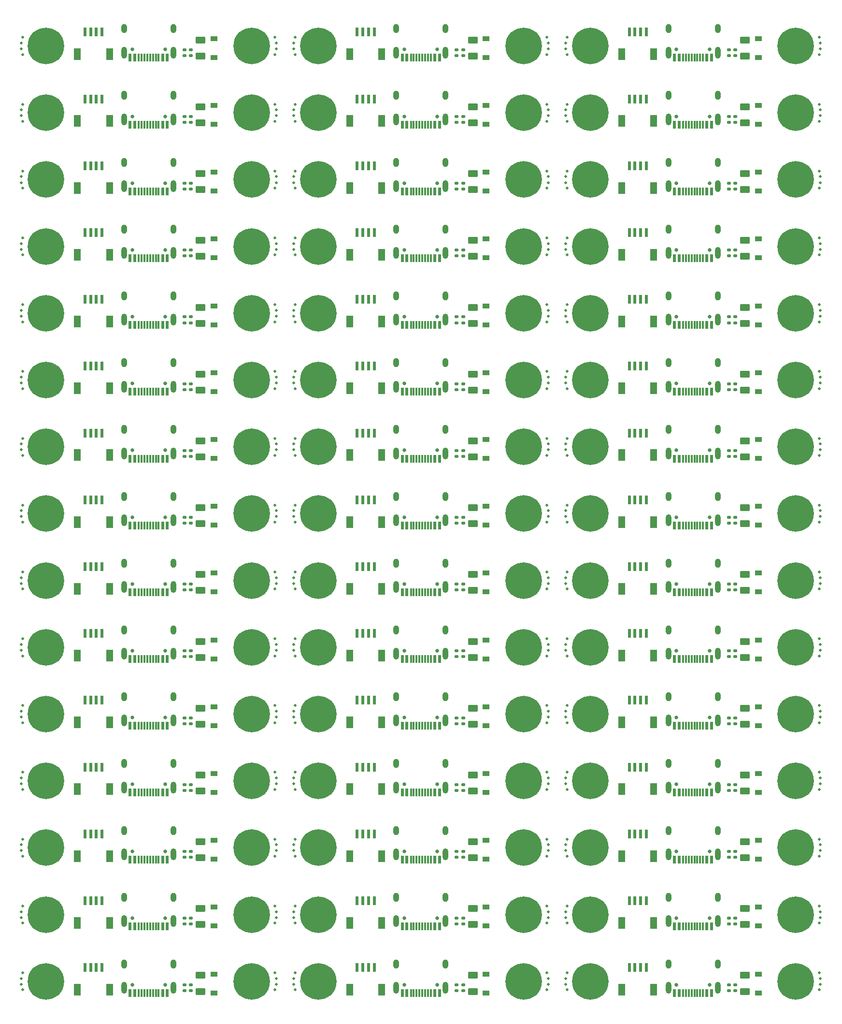
<source format=gbr>
%TF.GenerationSoftware,KiCad,Pcbnew,(6.0.0)*%
%TF.CreationDate,2022-08-14T01:13:06-04:00*%
%TF.ProjectId,Panel v2,50616e65-6c20-4763-922e-6b696361645f,rev?*%
%TF.SameCoordinates,Original*%
%TF.FileFunction,Soldermask,Top*%
%TF.FilePolarity,Negative*%
%FSLAX46Y46*%
G04 Gerber Fmt 4.6, Leading zero omitted, Abs format (unit mm)*
G04 Created by KiCad (PCBNEW (6.0.0)) date 2022-08-14 01:13:06*
%MOMM*%
%LPD*%
G01*
G04 APERTURE LIST*
G04 Aperture macros list*
%AMRoundRect*
0 Rectangle with rounded corners*
0 $1 Rounding radius*
0 $2 $3 $4 $5 $6 $7 $8 $9 X,Y pos of 4 corners*
0 Add a 4 corners polygon primitive as box body*
4,1,4,$2,$3,$4,$5,$6,$7,$8,$9,$2,$3,0*
0 Add four circle primitives for the rounded corners*
1,1,$1+$1,$2,$3*
1,1,$1+$1,$4,$5*
1,1,$1+$1,$6,$7*
1,1,$1+$1,$8,$9*
0 Add four rect primitives between the rounded corners*
20,1,$1+$1,$2,$3,$4,$5,0*
20,1,$1+$1,$4,$5,$6,$7,0*
20,1,$1+$1,$6,$7,$8,$9,0*
20,1,$1+$1,$8,$9,$2,$3,0*%
G04 Aperture macros list end*
%ADD10C,6.400000*%
%ADD11C,0.800000*%
%ADD12RoundRect,0.135000X-0.185000X0.135000X-0.185000X-0.135000X0.185000X-0.135000X0.185000X0.135000X0*%
%ADD13C,0.500000*%
%ADD14RoundRect,0.250000X-0.625000X0.375000X-0.625000X-0.375000X0.625000X-0.375000X0.625000X0.375000X0*%
%ADD15R,1.200000X0.900000*%
%ADD16C,0.650000*%
%ADD17R,0.600000X1.450000*%
%ADD18R,0.300000X1.450000*%
%ADD19O,1.000000X1.600000*%
%ADD20O,1.000000X2.100000*%
%ADD21R,0.600000X1.550000*%
%ADD22R,1.200000X2.000000*%
G04 APERTURE END LIST*
D10*
%TO.C,MH54*%
X76539997Y-117969019D03*
D11*
X74842941Y-119666075D03*
X76539997Y-120369019D03*
X78939997Y-117969019D03*
X74842941Y-116271963D03*
X78237053Y-116271963D03*
X74139997Y-117969019D03*
X76539997Y-115569019D03*
X78237053Y-119666075D03*
%TD*%
%TO.C,MH87*%
X125937056Y-189866093D03*
X124240000Y-190569037D03*
X124240000Y-185769037D03*
X125937056Y-186471981D03*
X122542944Y-189866093D03*
D10*
X124240000Y-188169037D03*
D11*
X121840000Y-188169037D03*
X122542944Y-186471981D03*
X126640000Y-188169037D03*
%TD*%
D12*
%TO.C,R52*%
X53087619Y-130312147D03*
X53087619Y-131332147D03*
%TD*%
D13*
%TO.C,REF\u002A\u002A*%
X68920709Y-37568997D03*
%TD*%
D14*
%TO.C,F10*%
X103611872Y-46731501D03*
X103611872Y-49531501D03*
%TD*%
D13*
%TO.C,REF\u002A\u002A*%
X69158380Y-36578400D03*
%TD*%
%TO.C,REF\u002A\u002A*%
X164558386Y-35559593D03*
%TD*%
%TO.C,REF\u002A\u002A*%
X164558387Y-48278401D03*
%TD*%
D15*
%TO.C,D14*%
X58243119Y-73181507D03*
X58243119Y-69881507D03*
%TD*%
D13*
%TO.C,REF\u002A\u002A*%
X24521608Y-140859606D03*
%TD*%
%TO.C,REF\u002A\u002A*%
X24759283Y-128169009D03*
%TD*%
%TO.C,REF\u002A\u002A*%
X69158382Y-130178411D03*
%TD*%
D12*
%TO.C,R88*%
X149630625Y-165412156D03*
X149630625Y-166432156D03*
%TD*%
D13*
%TO.C,REF\u002A\u002A*%
X68920708Y-25868995D03*
%TD*%
D14*
%TO.C,F9*%
X103611872Y-58431504D03*
X103611872Y-61231504D03*
%TD*%
D13*
%TO.C,REF\u002A\u002A*%
X120159284Y-49268998D03*
%TD*%
%TO.C,REF\u002A\u002A*%
X69158381Y-106778409D03*
%TD*%
D11*
%TO.C,MH21*%
X125937056Y-46071945D03*
X124240000Y-50169001D03*
X125937056Y-49466057D03*
X122542944Y-46071945D03*
X122542944Y-49466057D03*
D10*
X124240000Y-47769001D03*
D11*
X124240000Y-45369001D03*
X121840000Y-47769001D03*
X126640000Y-47769001D03*
%TD*%
D14*
%TO.C,F12*%
X151311875Y-46731501D03*
X151311875Y-49531501D03*
%TD*%
D13*
%TO.C,REF\u002A\u002A*%
X69158381Y-48278401D03*
%TD*%
%TO.C,REF\u002A\u002A*%
X164320722Y-189669016D03*
%TD*%
D12*
%TO.C,R31*%
X100787622Y-83512135D03*
X100787622Y-84532135D03*
%TD*%
D15*
%TO.C,D36*%
X153643125Y-143381525D03*
X153643125Y-140081525D03*
%TD*%
D13*
%TO.C,REF\u002A\u002A*%
X120159281Y-107769006D03*
%TD*%
D16*
%TO.C,J53*%
X43926994Y-141982025D03*
X49706994Y-141982025D03*
D17*
X50066994Y-143427025D03*
X49266994Y-143427025D03*
D18*
X48066994Y-143427025D03*
X47066994Y-143427025D03*
X46566994Y-143427025D03*
X45566994Y-143427025D03*
D17*
X44366994Y-143427025D03*
X43566994Y-143427025D03*
X43566994Y-143427025D03*
X44366994Y-143427025D03*
D18*
X45066994Y-143427025D03*
X46066994Y-143427025D03*
X47566994Y-143427025D03*
X48566994Y-143427025D03*
D17*
X49266994Y-143427025D03*
X50066994Y-143427025D03*
D19*
X51136994Y-138332025D03*
X42496994Y-138332025D03*
D20*
X51136994Y-142512025D03*
X42496994Y-142512025D03*
%TD*%
D13*
%TO.C,REF\u002A\u002A*%
X68920703Y-151569012D03*
%TD*%
D11*
%TO.C,MH81*%
X67239994Y-188169037D03*
X64839994Y-190569037D03*
X63142938Y-189866093D03*
D10*
X64839994Y-188169037D03*
D11*
X64839994Y-185769037D03*
X66537050Y-189866093D03*
X63142938Y-186471981D03*
X62439994Y-188169037D03*
X66537050Y-186471981D03*
%TD*%
D13*
%TO.C,REF\u002A\u002A*%
X72221610Y-58959596D03*
%TD*%
D21*
%TO.C,J25*%
X35639994Y-68744007D03*
X36639994Y-68744007D03*
X37639994Y-68744007D03*
X38639994Y-68744007D03*
D22*
X39939994Y-72619007D03*
X34339994Y-72619007D03*
%TD*%
D13*
%TO.C,REF\u002A\u002A*%
X164320711Y-93069004D03*
%TD*%
D12*
%TO.C,R83*%
X101930622Y-188812162D03*
X101930622Y-189832162D03*
%TD*%
D13*
%TO.C,REF\u002A\u002A*%
X164558385Y-129159604D03*
%TD*%
%TO.C,REF\u002A\u002A*%
X24521605Y-176978417D03*
%TD*%
D11*
%TO.C,MH9*%
X124240000Y-21968995D03*
X121840000Y-24368995D03*
X126640000Y-24368995D03*
X124240000Y-26768995D03*
D10*
X124240000Y-24368995D03*
D11*
X125937056Y-26066051D03*
X122542944Y-22671939D03*
X122542944Y-26066051D03*
X125937056Y-22671939D03*
%TD*%
D13*
%TO.C,REF\u002A\u002A*%
X69158382Y-176978417D03*
%TD*%
%TO.C,REF\u002A\u002A*%
X24521608Y-129159604D03*
%TD*%
D11*
%TO.C,MH10*%
X122542944Y-37766054D03*
X125937056Y-37766054D03*
X125937056Y-34371942D03*
X124240000Y-33668998D03*
X124240000Y-38468998D03*
D10*
X124240000Y-36068998D03*
D11*
X122542944Y-34371942D03*
X126640000Y-36068998D03*
X121840000Y-36068998D03*
%TD*%
D12*
%TO.C,R29*%
X101930622Y-83512135D03*
X101930622Y-84532135D03*
%TD*%
D13*
%TO.C,REF\u002A\u002A*%
X24521605Y-153578414D03*
%TD*%
%TO.C,REF\u002A\u002A*%
X72459286Y-128169009D03*
%TD*%
D14*
%TO.C,F18*%
X151311875Y-81831510D03*
X151311875Y-84631510D03*
%TD*%
D13*
%TO.C,REF\u002A\u002A*%
X116858385Y-130178411D03*
%TD*%
%TO.C,REF\u002A\u002A*%
X120159277Y-189669016D03*
%TD*%
%TO.C,REF\u002A\u002A*%
X24521607Y-58959596D03*
%TD*%
D14*
%TO.C,F3*%
X103611872Y-23331495D03*
X103611872Y-26131495D03*
%TD*%
D13*
%TO.C,REF\u002A\u002A*%
X164320714Y-25868995D03*
%TD*%
%TO.C,REF\u002A\u002A*%
X24521608Y-94059600D03*
%TD*%
D12*
%TO.C,R70*%
X149630625Y-153712153D03*
X149630625Y-154732153D03*
%TD*%
D14*
%TO.C,F2*%
X55911869Y-23331495D03*
X55911869Y-26131495D03*
%TD*%
D21*
%TO.C,J69*%
X83339997Y-150644028D03*
X84339997Y-150644028D03*
X85339997Y-150644028D03*
X86339997Y-150644028D03*
D22*
X82039997Y-154519028D03*
X87639997Y-154519028D03*
%TD*%
D12*
%TO.C,R4*%
X53087619Y-25012120D03*
X53087619Y-26032120D03*
%TD*%
D13*
%TO.C,REF\u002A\u002A*%
X72221611Y-129159604D03*
%TD*%
D12*
%TO.C,R16*%
X53087619Y-60112129D03*
X53087619Y-61132129D03*
%TD*%
D10*
%TO.C,MH32*%
X112539997Y-82869010D03*
D11*
X110139997Y-82869010D03*
X114939997Y-82869010D03*
X110842941Y-81171954D03*
X114237053Y-84566066D03*
X110842941Y-84566066D03*
X112539997Y-85269010D03*
X112539997Y-80469010D03*
X114237053Y-81171954D03*
%TD*%
D12*
%TO.C,R61*%
X53087619Y-153712153D03*
X53087619Y-154732153D03*
%TD*%
D13*
%TO.C,REF\u002A\u002A*%
X24759273Y-154569012D03*
%TD*%
D16*
%TO.C,J44*%
X97406997Y-95182013D03*
X91626997Y-95182013D03*
D17*
X97766997Y-96627013D03*
X96966997Y-96627013D03*
D18*
X95766997Y-96627013D03*
X94766997Y-96627013D03*
X94266997Y-96627013D03*
X93266997Y-96627013D03*
D17*
X92066997Y-96627013D03*
X91266997Y-96627013D03*
X91266997Y-96627013D03*
X92066997Y-96627013D03*
D18*
X92766997Y-96627013D03*
X93766997Y-96627013D03*
X95266997Y-96627013D03*
X96266997Y-96627013D03*
D17*
X96966997Y-96627013D03*
X97766997Y-96627013D03*
D20*
X90196997Y-95712013D03*
D19*
X90196997Y-91532013D03*
D20*
X98836997Y-95712013D03*
D19*
X98836997Y-91532013D03*
%TD*%
D13*
%TO.C,REF\u002A\u002A*%
X164320716Y-72669001D03*
%TD*%
D14*
%TO.C,F13*%
X55911869Y-81831510D03*
X55911869Y-84631510D03*
%TD*%
D13*
%TO.C,REF\u002A\u002A*%
X72221609Y-106778409D03*
%TD*%
%TO.C,REF\u002A\u002A*%
X116858382Y-117459603D03*
%TD*%
%TO.C,REF\u002A\u002A*%
X24759285Y-163269013D03*
%TD*%
%TO.C,REF\u002A\u002A*%
X116858382Y-105759601D03*
%TD*%
%TO.C,REF\u002A\u002A*%
X24521608Y-105759601D03*
%TD*%
%TO.C,REF\u002A\u002A*%
X164558385Y-140859606D03*
%TD*%
D16*
%TO.C,J13*%
X49706994Y-60082004D03*
X43926994Y-60082004D03*
D17*
X50066994Y-61527004D03*
X49266994Y-61527004D03*
D18*
X48066994Y-61527004D03*
X47066994Y-61527004D03*
X46566994Y-61527004D03*
X45566994Y-61527004D03*
D17*
X44366994Y-61527004D03*
X43566994Y-61527004D03*
X43566994Y-61527004D03*
X44366994Y-61527004D03*
D18*
X45066994Y-61527004D03*
X46066994Y-61527004D03*
X47566994Y-61527004D03*
X48566994Y-61527004D03*
D17*
X49266994Y-61527004D03*
X50066994Y-61527004D03*
D19*
X42496994Y-56432004D03*
D20*
X51136994Y-60612004D03*
X42496994Y-60612004D03*
D19*
X51136994Y-56432004D03*
%TD*%
D12*
%TO.C,R12*%
X149630625Y-25012120D03*
X149630625Y-26032120D03*
%TD*%
D13*
%TO.C,REF\u002A\u002A*%
X24521608Y-117459603D03*
%TD*%
%TO.C,REF\u002A\u002A*%
X164320711Y-104769006D03*
%TD*%
%TO.C,REF\u002A\u002A*%
X72459282Y-46268998D03*
%TD*%
D16*
%TO.C,J5*%
X97406997Y-24981995D03*
X91626997Y-24981995D03*
D17*
X97766997Y-26426995D03*
X96966997Y-26426995D03*
D18*
X95766997Y-26426995D03*
X94766997Y-26426995D03*
X94266997Y-26426995D03*
X93266997Y-26426995D03*
D17*
X92066997Y-26426995D03*
X91266997Y-26426995D03*
X91266997Y-26426995D03*
X92066997Y-26426995D03*
D18*
X92766997Y-26426995D03*
X93766997Y-26426995D03*
X95266997Y-26426995D03*
X96266997Y-26426995D03*
D17*
X96966997Y-26426995D03*
X97766997Y-26426995D03*
D20*
X90196997Y-25511995D03*
D19*
X90196997Y-21331995D03*
D20*
X98836997Y-25511995D03*
D19*
X98836997Y-21331995D03*
%TD*%
D12*
%TO.C,R90*%
X149630625Y-188812162D03*
X149630625Y-189832162D03*
%TD*%
D13*
%TO.C,REF\u002A\u002A*%
X72459279Y-84369003D03*
%TD*%
%TO.C,REF\u002A\u002A*%
X24759286Y-186669016D03*
%TD*%
D12*
%TO.C,R36*%
X148487625Y-71812132D03*
X148487625Y-72832132D03*
%TD*%
D11*
%TO.C,MH74*%
X121840000Y-153069028D03*
X125937056Y-154766084D03*
D10*
X124240000Y-153069028D03*
D11*
X122542944Y-154766084D03*
X125937056Y-151371972D03*
X122542944Y-151371972D03*
X124240000Y-150669028D03*
X126640000Y-153069028D03*
X124240000Y-155469028D03*
%TD*%
%TO.C,MH75*%
X122542944Y-143066081D03*
X125937056Y-139671969D03*
X122542944Y-139671969D03*
X124240000Y-138969025D03*
X125937056Y-143066081D03*
X124240000Y-143769025D03*
X126640000Y-141369025D03*
X121840000Y-141369025D03*
D10*
X124240000Y-141369025D03*
%TD*%
D13*
%TO.C,REF\u002A\u002A*%
X116620715Y-107769006D03*
%TD*%
%TO.C,REF\u002A\u002A*%
X116620713Y-60969000D03*
%TD*%
%TO.C,REF\u002A\u002A*%
X72221608Y-165278416D03*
%TD*%
%TO.C,REF\u002A\u002A*%
X72459286Y-116469007D03*
%TD*%
%TO.C,REF\u002A\u002A*%
X69158382Y-153578414D03*
%TD*%
D15*
%TO.C,D37*%
X58243119Y-178481534D03*
X58243119Y-175181534D03*
%TD*%
D13*
%TO.C,REF\u002A\u002A*%
X164558385Y-94059600D03*
%TD*%
%TO.C,REF\u002A\u002A*%
X116858385Y-188678418D03*
%TD*%
%TO.C,REF\u002A\u002A*%
X119921613Y-58959596D03*
%TD*%
%TO.C,REF\u002A\u002A*%
X116858383Y-70659597D03*
%TD*%
D12*
%TO.C,R37*%
X53087619Y-106912141D03*
X53087619Y-107932141D03*
%TD*%
%TO.C,R32*%
X101930622Y-71812132D03*
X101930622Y-72832132D03*
%TD*%
D16*
%TO.C,J19*%
X91626997Y-60082004D03*
X97406997Y-60082004D03*
D17*
X97766997Y-61527004D03*
X96966997Y-61527004D03*
D18*
X95766997Y-61527004D03*
X94766997Y-61527004D03*
X94266997Y-61527004D03*
X93266997Y-61527004D03*
D17*
X92066997Y-61527004D03*
X91266997Y-61527004D03*
X91266997Y-61527004D03*
X92066997Y-61527004D03*
D18*
X92766997Y-61527004D03*
X93766997Y-61527004D03*
X95266997Y-61527004D03*
X96266997Y-61527004D03*
D17*
X96966997Y-61527004D03*
X97766997Y-61527004D03*
D20*
X90196997Y-60612004D03*
D19*
X98836997Y-56432004D03*
X90196997Y-56432004D03*
D20*
X98836997Y-60612004D03*
%TD*%
D13*
%TO.C,REF\u002A\u002A*%
X119921612Y-95078407D03*
%TD*%
%TO.C,REF\u002A\u002A*%
X116620709Y-81369003D03*
%TD*%
%TO.C,REF\u002A\u002A*%
X164558388Y-141878413D03*
%TD*%
D12*
%TO.C,R40*%
X54230619Y-106912141D03*
X54230619Y-107932141D03*
%TD*%
%TO.C,R15*%
X54230619Y-60112129D03*
X54230619Y-61132129D03*
%TD*%
D14*
%TO.C,F1*%
X55911869Y-35031498D03*
X55911869Y-37831498D03*
%TD*%
D13*
%TO.C,REF\u002A\u002A*%
X72221610Y-70659597D03*
%TD*%
D15*
%TO.C,D28*%
X105943122Y-119981519D03*
X105943122Y-116681519D03*
%TD*%
D13*
%TO.C,REF\u002A\u002A*%
X164320719Y-131169009D03*
%TD*%
%TO.C,REF\u002A\u002A*%
X164320713Y-57969000D03*
%TD*%
%TO.C,REF\u002A\u002A*%
X164558388Y-165278416D03*
%TD*%
%TO.C,REF\u002A\u002A*%
X116858383Y-58959596D03*
%TD*%
%TO.C,REF\u002A\u002A*%
X72221610Y-23859591D03*
%TD*%
D12*
%TO.C,R89*%
X149630625Y-177112159D03*
X149630625Y-178132159D03*
%TD*%
D13*
%TO.C,REF\u002A\u002A*%
X68920709Y-22868995D03*
%TD*%
D12*
%TO.C,R2*%
X54230619Y-36712123D03*
X54230619Y-37732123D03*
%TD*%
D13*
%TO.C,REF\u002A\u002A*%
X72221609Y-83378406D03*
%TD*%
D16*
%TO.C,J86*%
X145107000Y-177082034D03*
X139327000Y-177082034D03*
D17*
X145467000Y-178527034D03*
X144667000Y-178527034D03*
D18*
X143467000Y-178527034D03*
X142467000Y-178527034D03*
X141967000Y-178527034D03*
X140967000Y-178527034D03*
D17*
X139767000Y-178527034D03*
X138967000Y-178527034D03*
X138967000Y-178527034D03*
X139767000Y-178527034D03*
D18*
X140467000Y-178527034D03*
X141467000Y-178527034D03*
X142967000Y-178527034D03*
X143967000Y-178527034D03*
D17*
X144667000Y-178527034D03*
X145467000Y-178527034D03*
D19*
X146537000Y-173432034D03*
D20*
X146537000Y-177612034D03*
X137897000Y-177612034D03*
D19*
X137897000Y-173432034D03*
%TD*%
D13*
%TO.C,REF\u002A\u002A*%
X69158381Y-95078407D03*
%TD*%
%TO.C,REF\u002A\u002A*%
X24759284Y-151569012D03*
%TD*%
%TO.C,REF\u002A\u002A*%
X24521609Y-175959610D03*
%TD*%
%TO.C,REF\u002A\u002A*%
X72221608Y-188678418D03*
%TD*%
D15*
%TO.C,D25*%
X58243119Y-131681522D03*
X58243119Y-128381522D03*
%TD*%
D13*
%TO.C,REF\u002A\u002A*%
X72221611Y-94059600D03*
%TD*%
D12*
%TO.C,R22*%
X148487625Y-60112129D03*
X148487625Y-61132129D03*
%TD*%
D11*
%TO.C,MH68*%
X67239994Y-141369025D03*
X64839994Y-143769025D03*
X63142938Y-143066081D03*
D10*
X64839994Y-141369025D03*
D11*
X66537050Y-143066081D03*
X62439994Y-141369025D03*
X63142938Y-139671969D03*
X66537050Y-139671969D03*
X64839994Y-138969025D03*
%TD*%
D12*
%TO.C,R51*%
X53087619Y-118612144D03*
X53087619Y-119632144D03*
%TD*%
%TO.C,R27*%
X53087619Y-83512135D03*
X53087619Y-84532135D03*
%TD*%
D15*
%TO.C,D10*%
X105943122Y-61481504D03*
X105943122Y-58181504D03*
%TD*%
D13*
%TO.C,REF\u002A\u002A*%
X119921612Y-106778409D03*
%TD*%
%TO.C,REF\u002A\u002A*%
X116620705Y-174969015D03*
%TD*%
D16*
%TO.C,J51*%
X49706994Y-118582019D03*
X43926994Y-118582019D03*
D17*
X50066994Y-120027019D03*
X49266994Y-120027019D03*
D18*
X48066994Y-120027019D03*
X47066994Y-120027019D03*
X46566994Y-120027019D03*
X45566994Y-120027019D03*
D17*
X44366994Y-120027019D03*
X43566994Y-120027019D03*
X43566994Y-120027019D03*
X44366994Y-120027019D03*
D18*
X45066994Y-120027019D03*
X46066994Y-120027019D03*
X47566994Y-120027019D03*
X48566994Y-120027019D03*
D17*
X49266994Y-120027019D03*
X50066994Y-120027019D03*
D20*
X51136994Y-119112019D03*
D19*
X42496994Y-114932019D03*
D20*
X42496994Y-119112019D03*
D19*
X51136994Y-114932019D03*
%TD*%
D13*
%TO.C,REF\u002A\u002A*%
X119921611Y-130178411D03*
%TD*%
D15*
%TO.C,D11*%
X153643125Y-61481504D03*
X153643125Y-58181504D03*
%TD*%
D13*
%TO.C,REF\u002A\u002A*%
X72459281Y-37568997D03*
%TD*%
D14*
%TO.C,F39*%
X55911869Y-163731531D03*
X55911869Y-166531531D03*
%TD*%
D13*
%TO.C,REF\u002A\u002A*%
X164320709Y-139869010D03*
%TD*%
D16*
%TO.C,J74*%
X145107000Y-153682028D03*
X139327000Y-153682028D03*
D17*
X145467000Y-155127028D03*
X144667000Y-155127028D03*
D18*
X143467000Y-155127028D03*
X142467000Y-155127028D03*
X141967000Y-155127028D03*
X140967000Y-155127028D03*
D17*
X139767000Y-155127028D03*
X138967000Y-155127028D03*
X138967000Y-155127028D03*
X139767000Y-155127028D03*
D18*
X140467000Y-155127028D03*
X141467000Y-155127028D03*
X142967000Y-155127028D03*
X143967000Y-155127028D03*
D17*
X144667000Y-155127028D03*
X145467000Y-155127028D03*
D19*
X137897000Y-150032028D03*
X146537000Y-150032028D03*
D20*
X137897000Y-154212028D03*
X146537000Y-154212028D03*
%TD*%
D14*
%TO.C,F25*%
X55911869Y-128631522D03*
X55911869Y-131431522D03*
%TD*%
D13*
%TO.C,REF\u002A\u002A*%
X72459277Y-131169009D03*
%TD*%
%TO.C,REF\u002A\u002A*%
X24521608Y-152559607D03*
%TD*%
D14*
%TO.C,F4*%
X103611872Y-35031498D03*
X103611872Y-37831498D03*
%TD*%
D11*
%TO.C,MH55*%
X112539997Y-132069022D03*
X114237053Y-131366078D03*
X114237053Y-127971966D03*
X112539997Y-127269022D03*
X110842941Y-127971966D03*
X114939997Y-129669022D03*
X110139997Y-129669022D03*
X110842941Y-131366078D03*
D10*
X112539997Y-129669022D03*
%TD*%
D16*
%TO.C,J57*%
X97406997Y-130282022D03*
X91626997Y-130282022D03*
D17*
X97766997Y-131727022D03*
X96966997Y-131727022D03*
D18*
X95766997Y-131727022D03*
X94766997Y-131727022D03*
X94266997Y-131727022D03*
X93266997Y-131727022D03*
D17*
X92066997Y-131727022D03*
X91266997Y-131727022D03*
X91266997Y-131727022D03*
X92066997Y-131727022D03*
D18*
X92766997Y-131727022D03*
X93766997Y-131727022D03*
X95266997Y-131727022D03*
X96266997Y-131727022D03*
D17*
X96966997Y-131727022D03*
X97766997Y-131727022D03*
D20*
X90196997Y-130812022D03*
D19*
X98836997Y-126632022D03*
X90196997Y-126632022D03*
D20*
X98836997Y-130812022D03*
%TD*%
D11*
%TO.C,MH53*%
X63142938Y-131366078D03*
X67239994Y-129669022D03*
X64839994Y-127269022D03*
D10*
X64839994Y-129669022D03*
D11*
X64839994Y-132069022D03*
X63142938Y-127971966D03*
X66537050Y-131366078D03*
X62439994Y-129669022D03*
X66537050Y-127971966D03*
%TD*%
%TO.C,MH44*%
X114237053Y-92871957D03*
X112539997Y-96969013D03*
X110139997Y-94569013D03*
X110842941Y-92871957D03*
X114237053Y-96266069D03*
X112539997Y-92169013D03*
X114939997Y-94569013D03*
X110842941Y-96266069D03*
D10*
X112539997Y-94569013D03*
%TD*%
D13*
%TO.C,REF\u002A\u002A*%
X164320710Y-128169009D03*
%TD*%
%TO.C,REF\u002A\u002A*%
X24759273Y-142869010D03*
%TD*%
D12*
%TO.C,R80*%
X101930622Y-177112159D03*
X101930622Y-178132159D03*
%TD*%
D13*
%TO.C,REF\u002A\u002A*%
X68920706Y-69669001D03*
%TD*%
%TO.C,REF\u002A\u002A*%
X69158380Y-24878399D03*
%TD*%
%TO.C,REF\u002A\u002A*%
X72459276Y-142869010D03*
%TD*%
D11*
%TO.C,MH50*%
X28839994Y-120369019D03*
X30537050Y-119666075D03*
X31239994Y-117969019D03*
X30537050Y-116271963D03*
X26439994Y-117969019D03*
X27142938Y-119666075D03*
X28839994Y-115569019D03*
D10*
X28839994Y-117969019D03*
D11*
X27142938Y-116271963D03*
%TD*%
D12*
%TO.C,R75*%
X54230619Y-165412156D03*
X54230619Y-166432156D03*
%TD*%
D13*
%TO.C,REF\u002A\u002A*%
X119921611Y-176978417D03*
%TD*%
D12*
%TO.C,R35*%
X149630625Y-71812132D03*
X149630625Y-72832132D03*
%TD*%
D13*
%TO.C,REF\u002A\u002A*%
X24759278Y-37568997D03*
%TD*%
D11*
%TO.C,MH46*%
X124240000Y-108669016D03*
X121840000Y-106269016D03*
X124240000Y-103869016D03*
X125937056Y-107966072D03*
X122542944Y-104571960D03*
X125937056Y-104571960D03*
X126640000Y-106269016D03*
X122542944Y-107966072D03*
D10*
X124240000Y-106269016D03*
%TD*%
D21*
%TO.C,J54*%
X83339997Y-115544019D03*
X84339997Y-115544019D03*
X85339997Y-115544019D03*
X86339997Y-115544019D03*
D22*
X87639997Y-119419019D03*
X82039997Y-119419019D03*
%TD*%
D11*
%TO.C,MH25*%
X27142938Y-81171954D03*
X26439994Y-82869010D03*
X31239994Y-82869010D03*
D10*
X28839994Y-82869010D03*
D11*
X28839994Y-85269010D03*
X30537050Y-84566066D03*
X27142938Y-84566066D03*
X28839994Y-80469010D03*
X30537050Y-81171954D03*
%TD*%
D15*
%TO.C,D6*%
X153643125Y-38081498D03*
X153643125Y-34781498D03*
%TD*%
D13*
%TO.C,REF\u002A\u002A*%
X69158379Y-129159604D03*
%TD*%
D11*
%TO.C,MH38*%
X30537050Y-107966072D03*
D10*
X28839994Y-106269016D03*
D11*
X27142938Y-107966072D03*
X31239994Y-106269016D03*
X26439994Y-106269016D03*
X27142938Y-104571960D03*
X30537050Y-104571960D03*
X28839994Y-108669016D03*
X28839994Y-103869016D03*
%TD*%
D13*
%TO.C,REF\u002A\u002A*%
X120159287Y-69669001D03*
%TD*%
%TO.C,REF\u002A\u002A*%
X116858381Y-187659611D03*
%TD*%
%TO.C,REF\u002A\u002A*%
X69158378Y-164259608D03*
%TD*%
D15*
%TO.C,D40*%
X105943122Y-166781531D03*
X105943122Y-163481531D03*
%TD*%
D11*
%TO.C,MH20*%
X110842941Y-61166060D03*
X114237053Y-57771948D03*
X112539997Y-61869004D03*
X110842941Y-57771948D03*
X110139997Y-59469004D03*
X114939997Y-59469004D03*
D10*
X112539997Y-59469004D03*
D11*
X114237053Y-61166060D03*
X112539997Y-57069004D03*
%TD*%
D15*
%TO.C,D45*%
X153643125Y-190181537D03*
X153643125Y-186881537D03*
%TD*%
D13*
%TO.C,REF\u002A\u002A*%
X68920712Y-96069004D03*
%TD*%
D12*
%TO.C,R64*%
X54230619Y-153712153D03*
X54230619Y-154732153D03*
%TD*%
D15*
%TO.C,D8*%
X58243119Y-61481504D03*
X58243119Y-58181504D03*
%TD*%
D13*
%TO.C,REF\u002A\u002A*%
X116858383Y-36578400D03*
%TD*%
D21*
%TO.C,J90*%
X131040000Y-185744037D03*
X132040000Y-185744037D03*
X133040000Y-185744037D03*
X134040000Y-185744037D03*
D22*
X135340000Y-189619037D03*
X129740000Y-189619037D03*
%TD*%
D13*
%TO.C,REF\u002A\u002A*%
X164558387Y-59978403D03*
%TD*%
D11*
%TO.C,MH89*%
X162640000Y-188169037D03*
X161937056Y-189866093D03*
X161937056Y-186471981D03*
X158542944Y-186471981D03*
X160240000Y-190569037D03*
X157840000Y-188169037D03*
D10*
X160240000Y-188169037D03*
D11*
X160240000Y-185769037D03*
X158542944Y-189866093D03*
%TD*%
D13*
%TO.C,REF\u002A\u002A*%
X164558387Y-118478410D03*
%TD*%
%TO.C,REF\u002A\u002A*%
X120159280Y-119469007D03*
%TD*%
D15*
%TO.C,D1*%
X58243119Y-38081498D03*
X58243119Y-34781498D03*
%TD*%
D13*
%TO.C,REF\u002A\u002A*%
X24759278Y-22868995D03*
%TD*%
%TO.C,REF\u002A\u002A*%
X24759279Y-25868995D03*
%TD*%
D11*
%TO.C,MH78*%
X157840000Y-164769031D03*
X158542944Y-163071975D03*
X160240000Y-167169031D03*
D10*
X160240000Y-164769031D03*
D11*
X162640000Y-164769031D03*
X161937056Y-166466087D03*
X158542944Y-166466087D03*
X161937056Y-163071975D03*
X160240000Y-162369031D03*
%TD*%
D13*
%TO.C,REF\u002A\u002A*%
X72459283Y-57969000D03*
%TD*%
D16*
%TO.C,J6*%
X97406997Y-36681998D03*
X91626997Y-36681998D03*
D17*
X97766997Y-38126998D03*
X96966997Y-38126998D03*
D18*
X95766997Y-38126998D03*
X94766997Y-38126998D03*
X94266997Y-38126998D03*
X93266997Y-38126998D03*
D17*
X92066997Y-38126998D03*
X91266997Y-38126998D03*
X91266997Y-38126998D03*
X92066997Y-38126998D03*
D18*
X92766997Y-38126998D03*
X93766997Y-38126998D03*
X95266997Y-38126998D03*
X96266997Y-38126998D03*
D17*
X96966997Y-38126998D03*
X97766997Y-38126998D03*
D19*
X98836997Y-33031998D03*
D20*
X98836997Y-37211998D03*
D19*
X90196997Y-33031998D03*
D20*
X90196997Y-37211998D03*
%TD*%
D13*
%TO.C,REF\u002A\u002A*%
X24521605Y-130178411D03*
%TD*%
%TO.C,REF\u002A\u002A*%
X116858384Y-118478410D03*
%TD*%
%TO.C,REF\u002A\u002A*%
X164320714Y-46268998D03*
%TD*%
%TO.C,REF\u002A\u002A*%
X24521605Y-188678418D03*
%TD*%
%TO.C,REF\u002A\u002A*%
X119921612Y-83378406D03*
%TD*%
D11*
%TO.C,MH12*%
X161937056Y-37766054D03*
D10*
X160240000Y-36068998D03*
D11*
X161937056Y-34371942D03*
X162640000Y-36068998D03*
X160240000Y-33668998D03*
X160240000Y-38468998D03*
X158542944Y-37766054D03*
X157840000Y-36068998D03*
X158542944Y-34371942D03*
%TD*%
D15*
%TO.C,D33*%
X105943122Y-143381525D03*
X105943122Y-140081525D03*
%TD*%
D13*
%TO.C,REF\u002A\u002A*%
X164320708Y-163269013D03*
%TD*%
D11*
%TO.C,MH7*%
X110139997Y-24368995D03*
X114237053Y-22671939D03*
X110842941Y-22671939D03*
X110842941Y-26066051D03*
X114939997Y-24368995D03*
X112539997Y-26768995D03*
X114237053Y-26066051D03*
X112539997Y-21968995D03*
D10*
X112539997Y-24368995D03*
%TD*%
D13*
%TO.C,REF\u002A\u002A*%
X119921614Y-129159604D03*
%TD*%
%TO.C,REF\u002A\u002A*%
X24521606Y-59978403D03*
%TD*%
D12*
%TO.C,R43*%
X100787622Y-106912141D03*
X100787622Y-107932141D03*
%TD*%
D16*
%TO.C,J36*%
X139327000Y-83482010D03*
X145107000Y-83482010D03*
D17*
X145467000Y-84927010D03*
X144667000Y-84927010D03*
D18*
X143467000Y-84927010D03*
X142467000Y-84927010D03*
X141967000Y-84927010D03*
X140967000Y-84927010D03*
D17*
X139767000Y-84927010D03*
X138967000Y-84927010D03*
X138967000Y-84927010D03*
X139767000Y-84927010D03*
D18*
X140467000Y-84927010D03*
X141467000Y-84927010D03*
X142967000Y-84927010D03*
X143967000Y-84927010D03*
D17*
X144667000Y-84927010D03*
X145467000Y-84927010D03*
D19*
X137897000Y-79832010D03*
X146537000Y-79832010D03*
D20*
X146537000Y-84012010D03*
X137897000Y-84012010D03*
%TD*%
D12*
%TO.C,R86*%
X148487625Y-177112159D03*
X148487625Y-178132159D03*
%TD*%
D11*
%TO.C,MH83*%
X74842941Y-178166090D03*
X76539997Y-178869034D03*
X74842941Y-174771978D03*
X78939997Y-176469034D03*
X78237053Y-174771978D03*
X78237053Y-178166090D03*
X74139997Y-176469034D03*
D10*
X76539997Y-176469034D03*
D11*
X76539997Y-174069034D03*
%TD*%
D12*
%TO.C,R85*%
X148487625Y-188812162D03*
X148487625Y-189832162D03*
%TD*%
D16*
%TO.C,J47*%
X145107000Y-106882016D03*
X139327000Y-106882016D03*
D17*
X145467000Y-108327016D03*
X144667000Y-108327016D03*
D18*
X143467000Y-108327016D03*
X142467000Y-108327016D03*
X141967000Y-108327016D03*
X140967000Y-108327016D03*
D17*
X139767000Y-108327016D03*
X138967000Y-108327016D03*
X138967000Y-108327016D03*
X139767000Y-108327016D03*
D18*
X140467000Y-108327016D03*
X141467000Y-108327016D03*
X142967000Y-108327016D03*
X143967000Y-108327016D03*
D17*
X144667000Y-108327016D03*
X145467000Y-108327016D03*
D19*
X137897000Y-103232016D03*
D20*
X146537000Y-107412016D03*
X137897000Y-107412016D03*
D19*
X146537000Y-103232016D03*
%TD*%
D13*
%TO.C,REF\u002A\u002A*%
X119921614Y-152559607D03*
%TD*%
%TO.C,REF\u002A\u002A*%
X72221608Y-176978417D03*
%TD*%
D16*
%TO.C,J82*%
X91626997Y-188782037D03*
X97406997Y-188782037D03*
D17*
X97766997Y-190227037D03*
X96966997Y-190227037D03*
D18*
X95766997Y-190227037D03*
X94766997Y-190227037D03*
X94266997Y-190227037D03*
X93266997Y-190227037D03*
D17*
X92066997Y-190227037D03*
X91266997Y-190227037D03*
X91266997Y-190227037D03*
X92066997Y-190227037D03*
D18*
X92766997Y-190227037D03*
X93766997Y-190227037D03*
X95266997Y-190227037D03*
X96266997Y-190227037D03*
D17*
X96966997Y-190227037D03*
X97766997Y-190227037D03*
D20*
X90196997Y-189312037D03*
D19*
X90196997Y-185132037D03*
D20*
X98836997Y-189312037D03*
D19*
X98836997Y-185132037D03*
%TD*%
D13*
%TO.C,REF\u002A\u002A*%
X116620712Y-49268998D03*
%TD*%
%TO.C,REF\u002A\u002A*%
X120159288Y-104769006D03*
%TD*%
%TO.C,REF\u002A\u002A*%
X120159290Y-139869010D03*
%TD*%
%TO.C,REF\u002A\u002A*%
X116620711Y-25868995D03*
%TD*%
%TO.C,REF\u002A\u002A*%
X119921612Y-48278401D03*
%TD*%
%TO.C,REF\u002A\u002A*%
X120159280Y-131169009D03*
%TD*%
%TO.C,REF\u002A\u002A*%
X119921613Y-47259594D03*
%TD*%
D16*
%TO.C,J43*%
X91626997Y-106882016D03*
X97406997Y-106882016D03*
D17*
X97766997Y-108327016D03*
X96966997Y-108327016D03*
D18*
X95766997Y-108327016D03*
X94766997Y-108327016D03*
X94266997Y-108327016D03*
X93266997Y-108327016D03*
D17*
X92066997Y-108327016D03*
X91266997Y-108327016D03*
X91266997Y-108327016D03*
X92066997Y-108327016D03*
D18*
X92766997Y-108327016D03*
X93766997Y-108327016D03*
X95266997Y-108327016D03*
X96266997Y-108327016D03*
D17*
X96966997Y-108327016D03*
X97766997Y-108327016D03*
D19*
X90196997Y-103232016D03*
D20*
X90196997Y-107412016D03*
X98836997Y-107412016D03*
D19*
X98836997Y-103232016D03*
%TD*%
D13*
%TO.C,REF\u002A\u002A*%
X68920702Y-174969015D03*
%TD*%
D12*
%TO.C,R3*%
X53087619Y-36712123D03*
X53087619Y-37732123D03*
%TD*%
D15*
%TO.C,D19*%
X58243119Y-108281516D03*
X58243119Y-104981516D03*
%TD*%
D12*
%TO.C,R66*%
X101930622Y-153712153D03*
X101930622Y-154732153D03*
%TD*%
D15*
%TO.C,D44*%
X153643125Y-178481534D03*
X153643125Y-175181534D03*
%TD*%
D21*
%TO.C,J22*%
X131040000Y-45344001D03*
X132040000Y-45344001D03*
X133040000Y-45344001D03*
X134040000Y-45344001D03*
D22*
X135340000Y-49219001D03*
X129740000Y-49219001D03*
%TD*%
D13*
%TO.C,REF\u002A\u002A*%
X72221611Y-117459603D03*
%TD*%
D21*
%TO.C,J37*%
X35639994Y-92144013D03*
X36639994Y-92144013D03*
X37639994Y-92144013D03*
X38639994Y-92144013D03*
D22*
X39939994Y-96019013D03*
X34339994Y-96019013D03*
%TD*%
D12*
%TO.C,R9*%
X148487625Y-36712123D03*
X148487625Y-37732123D03*
%TD*%
D14*
%TO.C,F37*%
X55911869Y-187131537D03*
X55911869Y-189931537D03*
%TD*%
D11*
%TO.C,MH36*%
X162640000Y-82869010D03*
X157840000Y-82869010D03*
X158542944Y-81171954D03*
X161937056Y-81171954D03*
X160240000Y-80469010D03*
X158542944Y-84566066D03*
D10*
X160240000Y-82869010D03*
D11*
X161937056Y-84566066D03*
X160240000Y-85269010D03*
%TD*%
D13*
%TO.C,REF\u002A\u002A*%
X69158378Y-187659611D03*
%TD*%
%TO.C,REF\u002A\u002A*%
X116620712Y-22868995D03*
%TD*%
D15*
%TO.C,D31*%
X58243119Y-155081528D03*
X58243119Y-151781528D03*
%TD*%
D11*
%TO.C,MH17*%
X76539997Y-45369001D03*
X74139997Y-47769001D03*
X74842941Y-49466057D03*
X78237053Y-46071945D03*
D10*
X76539997Y-47769001D03*
D11*
X74842941Y-46071945D03*
X78237053Y-49466057D03*
X76539997Y-50169001D03*
X78939997Y-47769001D03*
%TD*%
D13*
%TO.C,REF\u002A\u002A*%
X24759271Y-189669016D03*
%TD*%
%TO.C,REF\u002A\u002A*%
X24521606Y-118478410D03*
%TD*%
%TO.C,REF\u002A\u002A*%
X119921615Y-187659611D03*
%TD*%
D14*
%TO.C,F8*%
X55911869Y-58431504D03*
X55911869Y-61231504D03*
%TD*%
D11*
%TO.C,MH14*%
X26439994Y-47769001D03*
X30537050Y-49466057D03*
X28839994Y-50169001D03*
X27142938Y-46071945D03*
X30537050Y-46071945D03*
X31239994Y-47769001D03*
X27142938Y-49466057D03*
X28839994Y-45369001D03*
D10*
X28839994Y-47769001D03*
%TD*%
D16*
%TO.C,J27*%
X43926994Y-83482010D03*
X49706994Y-83482010D03*
D17*
X50066994Y-84927010D03*
X49266994Y-84927010D03*
D18*
X48066994Y-84927010D03*
X47066994Y-84927010D03*
X46566994Y-84927010D03*
X45566994Y-84927010D03*
D17*
X44366994Y-84927010D03*
X43566994Y-84927010D03*
X43566994Y-84927010D03*
X44366994Y-84927010D03*
D18*
X45066994Y-84927010D03*
X46066994Y-84927010D03*
X47566994Y-84927010D03*
X48566994Y-84927010D03*
D17*
X49266994Y-84927010D03*
X50066994Y-84927010D03*
D19*
X51136994Y-79832010D03*
D20*
X42496994Y-84012010D03*
D19*
X42496994Y-79832010D03*
D20*
X51136994Y-84012010D03*
%TD*%
D13*
%TO.C,REF\u002A\u002A*%
X116858384Y-95078407D03*
%TD*%
%TO.C,REF\u002A\u002A*%
X72459281Y-49268998D03*
%TD*%
D12*
%TO.C,R1*%
X54230619Y-25012120D03*
X54230619Y-26032120D03*
%TD*%
D13*
%TO.C,REF\u002A\u002A*%
X72221608Y-130178411D03*
%TD*%
%TO.C,REF\u002A\u002A*%
X24759280Y-57969000D03*
%TD*%
D16*
%TO.C,J39*%
X43926994Y-106882016D03*
X49706994Y-106882016D03*
D17*
X50066994Y-108327016D03*
X49266994Y-108327016D03*
D18*
X48066994Y-108327016D03*
X47066994Y-108327016D03*
X46566994Y-108327016D03*
X45566994Y-108327016D03*
D17*
X44366994Y-108327016D03*
X43566994Y-108327016D03*
X43566994Y-108327016D03*
X44366994Y-108327016D03*
D18*
X45066994Y-108327016D03*
X46066994Y-108327016D03*
X47566994Y-108327016D03*
X48566994Y-108327016D03*
D17*
X49266994Y-108327016D03*
X50066994Y-108327016D03*
D20*
X42496994Y-107412016D03*
X51136994Y-107412016D03*
D19*
X42496994Y-103232016D03*
X51136994Y-103232016D03*
%TD*%
D11*
%TO.C,MH72*%
X112539997Y-167169031D03*
X112539997Y-162369031D03*
X110842941Y-163071975D03*
D10*
X112539997Y-164769031D03*
D11*
X110139997Y-164769031D03*
X114237053Y-166466087D03*
X110842941Y-166466087D03*
X114939997Y-164769031D03*
X114237053Y-163071975D03*
%TD*%
D13*
%TO.C,REF\u002A\u002A*%
X120159291Y-163269013D03*
%TD*%
D15*
%TO.C,D5*%
X153643125Y-26381495D03*
X153643125Y-23081495D03*
%TD*%
D11*
%TO.C,MH85*%
X114939997Y-176469034D03*
X110842941Y-178166090D03*
X110139997Y-176469034D03*
X114237053Y-174771978D03*
X112539997Y-174069034D03*
X114237053Y-178166090D03*
X112539997Y-178869034D03*
X110842941Y-174771978D03*
D10*
X112539997Y-176469034D03*
%TD*%
D16*
%TO.C,J87*%
X139327000Y-188782037D03*
X145107000Y-188782037D03*
D17*
X145467000Y-190227037D03*
X144667000Y-190227037D03*
D18*
X143467000Y-190227037D03*
X142467000Y-190227037D03*
X141967000Y-190227037D03*
X140967000Y-190227037D03*
D17*
X139767000Y-190227037D03*
X138967000Y-190227037D03*
X138967000Y-190227037D03*
X139767000Y-190227037D03*
D18*
X140467000Y-190227037D03*
X141467000Y-190227037D03*
X142967000Y-190227037D03*
X143967000Y-190227037D03*
D17*
X144667000Y-190227037D03*
X145467000Y-190227037D03*
D19*
X146537000Y-185132037D03*
D20*
X137897000Y-189312037D03*
D19*
X137897000Y-185132037D03*
D20*
X146537000Y-189312037D03*
%TD*%
D13*
%TO.C,REF\u002A\u002A*%
X164558384Y-175959610D03*
%TD*%
%TO.C,REF\u002A\u002A*%
X164558386Y-24878399D03*
%TD*%
D10*
%TO.C,MH73*%
X124240000Y-164769031D03*
D11*
X124240000Y-167169031D03*
X124240000Y-162369031D03*
X125937056Y-166466087D03*
X121840000Y-164769031D03*
X122542944Y-166466087D03*
X125937056Y-163071975D03*
X126640000Y-164769031D03*
X122542944Y-163071975D03*
%TD*%
D13*
%TO.C,REF\u002A\u002A*%
X119921611Y-141878413D03*
%TD*%
%TO.C,REF\u002A\u002A*%
X69158380Y-82359598D03*
%TD*%
%TO.C,REF\u002A\u002A*%
X119921613Y-35559593D03*
%TD*%
D15*
%TO.C,D41*%
X105943122Y-178481534D03*
X105943122Y-175181534D03*
%TD*%
D21*
%TO.C,J84*%
X131040000Y-174044034D03*
X132040000Y-174044034D03*
X133040000Y-174044034D03*
X134040000Y-174044034D03*
D22*
X129740000Y-177919034D03*
X135340000Y-177919034D03*
%TD*%
D13*
%TO.C,REF\u002A\u002A*%
X116620713Y-72669001D03*
%TD*%
D21*
%TO.C,J85*%
X131040000Y-162344031D03*
X132040000Y-162344031D03*
X133040000Y-162344031D03*
X134040000Y-162344031D03*
D22*
X135340000Y-166219031D03*
X129740000Y-166219031D03*
%TD*%
D15*
%TO.C,D18*%
X153643125Y-73181507D03*
X153643125Y-69881507D03*
%TD*%
D13*
%TO.C,REF\u002A\u002A*%
X69158379Y-105759601D03*
%TD*%
%TO.C,REF\u002A\u002A*%
X120159278Y-166269013D03*
%TD*%
%TO.C,REF\u002A\u002A*%
X24759282Y-93069004D03*
%TD*%
%TO.C,REF\u002A\u002A*%
X68920705Y-93069004D03*
%TD*%
%TO.C,REF\u002A\u002A*%
X68920715Y-177969015D03*
%TD*%
D11*
%TO.C,MH15*%
X74139997Y-59469004D03*
X74842941Y-57771948D03*
X76539997Y-61869004D03*
X78939997Y-59469004D03*
X74842941Y-61166060D03*
D10*
X76539997Y-59469004D03*
D11*
X78237053Y-61166060D03*
X76539997Y-57069004D03*
X78237053Y-57771948D03*
%TD*%
D21*
%TO.C,J80*%
X83339997Y-162344031D03*
X84339997Y-162344031D03*
X85339997Y-162344031D03*
X86339997Y-162344031D03*
D22*
X82039997Y-166219031D03*
X87639997Y-166219031D03*
%TD*%
D10*
%TO.C,MH66*%
X64839994Y-153069028D03*
D11*
X64839994Y-155469028D03*
X66537050Y-154766084D03*
X66537050Y-151371972D03*
X63142938Y-154766084D03*
X64839994Y-150669028D03*
X63142938Y-151371972D03*
X62439994Y-153069028D03*
X67239994Y-153069028D03*
%TD*%
D13*
%TO.C,REF\u002A\u002A*%
X164320710Y-116469007D03*
%TD*%
D11*
%TO.C,MH65*%
X74842941Y-151371972D03*
X78237053Y-154766084D03*
D10*
X76539997Y-153069028D03*
D11*
X76539997Y-155469028D03*
X78237053Y-151371972D03*
X76539997Y-150669028D03*
X74139997Y-153069028D03*
X74842941Y-154766084D03*
X78939997Y-153069028D03*
%TD*%
D13*
%TO.C,REF\u002A\u002A*%
X116858385Y-153578414D03*
%TD*%
D16*
%TO.C,J8*%
X139327000Y-24981995D03*
X145107000Y-24981995D03*
D17*
X145467000Y-26426995D03*
X144667000Y-26426995D03*
D18*
X143467000Y-26426995D03*
X142467000Y-26426995D03*
X141967000Y-26426995D03*
X140967000Y-26426995D03*
D17*
X139767000Y-26426995D03*
X138967000Y-26426995D03*
X138967000Y-26426995D03*
X139767000Y-26426995D03*
D18*
X140467000Y-26426995D03*
X141467000Y-26426995D03*
X142967000Y-26426995D03*
X143967000Y-26426995D03*
D17*
X144667000Y-26426995D03*
X145467000Y-26426995D03*
D20*
X146537000Y-25511995D03*
D19*
X137897000Y-21331995D03*
X146537000Y-21331995D03*
D20*
X137897000Y-25511995D03*
%TD*%
D16*
%TO.C,J9*%
X145107000Y-36681998D03*
X139327000Y-36681998D03*
D17*
X145467000Y-38126998D03*
X144667000Y-38126998D03*
D18*
X143467000Y-38126998D03*
X142467000Y-38126998D03*
X141967000Y-38126998D03*
X140967000Y-38126998D03*
D17*
X139767000Y-38126998D03*
X138967000Y-38126998D03*
X138967000Y-38126998D03*
X139767000Y-38126998D03*
D18*
X140467000Y-38126998D03*
X141467000Y-38126998D03*
X142967000Y-38126998D03*
X143967000Y-38126998D03*
D17*
X144667000Y-38126998D03*
X145467000Y-38126998D03*
D20*
X137897000Y-37211998D03*
X146537000Y-37211998D03*
D19*
X137897000Y-33031998D03*
X146537000Y-33031998D03*
%TD*%
D13*
%TO.C,REF\u002A\u002A*%
X164320714Y-34568997D03*
%TD*%
D10*
%TO.C,MH90*%
X160240000Y-176469034D03*
D11*
X160240000Y-178869034D03*
X158542944Y-174771978D03*
X161937056Y-174771978D03*
X161937056Y-178166090D03*
X158542944Y-178166090D03*
X157840000Y-176469034D03*
X162640000Y-176469034D03*
X160240000Y-174069034D03*
%TD*%
D16*
%TO.C,J2*%
X43926994Y-36681998D03*
X49706994Y-36681998D03*
D17*
X50066994Y-38126998D03*
X49266994Y-38126998D03*
D18*
X48066994Y-38126998D03*
X47066994Y-38126998D03*
X46566994Y-38126998D03*
X45566994Y-38126998D03*
D17*
X44366994Y-38126998D03*
X43566994Y-38126998D03*
X43566994Y-38126998D03*
X44366994Y-38126998D03*
D18*
X45066994Y-38126998D03*
X46066994Y-38126998D03*
X47566994Y-38126998D03*
X48566994Y-38126998D03*
D17*
X49266994Y-38126998D03*
X50066994Y-38126998D03*
D19*
X42496994Y-33031998D03*
D20*
X51136994Y-37211998D03*
X42496994Y-37211998D03*
D19*
X51136994Y-33031998D03*
%TD*%
D14*
%TO.C,F26*%
X55911869Y-116931519D03*
X55911869Y-119731519D03*
%TD*%
D11*
%TO.C,MH16*%
X63142938Y-49466057D03*
X63142938Y-46071945D03*
D10*
X64839994Y-47769001D03*
D11*
X66537050Y-49466057D03*
X64839994Y-50169001D03*
X67239994Y-47769001D03*
X66537050Y-46071945D03*
X64839994Y-45369001D03*
X62439994Y-47769001D03*
%TD*%
D14*
%TO.C,F42*%
X103611872Y-187131537D03*
X103611872Y-189931537D03*
%TD*%
D13*
%TO.C,REF\u002A\u002A*%
X72459282Y-34568997D03*
%TD*%
D11*
%TO.C,MH35*%
X158542944Y-72866063D03*
X161937056Y-69471951D03*
X157840000Y-71169007D03*
X161937056Y-72866063D03*
X158542944Y-69471951D03*
X160240000Y-73569007D03*
X160240000Y-68769007D03*
X162640000Y-71169007D03*
D10*
X160240000Y-71169007D03*
%TD*%
D16*
%TO.C,J28*%
X49706994Y-71782007D03*
X43926994Y-71782007D03*
D17*
X50066994Y-73227007D03*
X49266994Y-73227007D03*
D18*
X48066994Y-73227007D03*
X47066994Y-73227007D03*
X46566994Y-73227007D03*
X45566994Y-73227007D03*
D17*
X44366994Y-73227007D03*
X43566994Y-73227007D03*
X43566994Y-73227007D03*
X44366994Y-73227007D03*
D18*
X45066994Y-73227007D03*
X46066994Y-73227007D03*
X47566994Y-73227007D03*
X48566994Y-73227007D03*
D17*
X49266994Y-73227007D03*
X50066994Y-73227007D03*
D19*
X42496994Y-68132007D03*
X51136994Y-68132007D03*
D20*
X51136994Y-72312007D03*
X42496994Y-72312007D03*
%TD*%
D11*
%TO.C,MH26*%
X28839994Y-73569007D03*
X30537050Y-72866063D03*
X30537050Y-69471951D03*
X27142938Y-72866063D03*
D10*
X28839994Y-71169007D03*
D11*
X31239994Y-71169007D03*
X26439994Y-71169007D03*
X27142938Y-69471951D03*
X28839994Y-68769007D03*
%TD*%
D21*
%TO.C,J65*%
X35639994Y-150644028D03*
X36639994Y-150644028D03*
X37639994Y-150644028D03*
X38639994Y-150644028D03*
D22*
X34339994Y-154519028D03*
X39939994Y-154519028D03*
%TD*%
D12*
%TO.C,R7*%
X100787622Y-36712123D03*
X100787622Y-37732123D03*
%TD*%
%TO.C,R46*%
X148487625Y-95212138D03*
X148487625Y-96232138D03*
%TD*%
D13*
%TO.C,REF\u002A\u002A*%
X24759282Y-104769006D03*
%TD*%
D21*
%TO.C,J50*%
X35639994Y-115544019D03*
X36639994Y-115544019D03*
X37639994Y-115544019D03*
X38639994Y-115544019D03*
D22*
X39939994Y-119419019D03*
X34339994Y-119419019D03*
%TD*%
D16*
%TO.C,J24*%
X145107000Y-48382001D03*
X139327000Y-48382001D03*
D17*
X145467000Y-49827001D03*
X144667000Y-49827001D03*
D18*
X143467000Y-49827001D03*
X142467000Y-49827001D03*
X141967000Y-49827001D03*
X140967000Y-49827001D03*
D17*
X139767000Y-49827001D03*
X138967000Y-49827001D03*
X138967000Y-49827001D03*
X139767000Y-49827001D03*
D18*
X140467000Y-49827001D03*
X141467000Y-49827001D03*
X142967000Y-49827001D03*
X143967000Y-49827001D03*
D17*
X144667000Y-49827001D03*
X145467000Y-49827001D03*
D20*
X146537000Y-48912001D03*
D19*
X137897000Y-44732001D03*
D20*
X137897000Y-48912001D03*
D19*
X146537000Y-44732001D03*
%TD*%
D12*
%TO.C,R72*%
X148487625Y-142012150D03*
X148487625Y-143032150D03*
%TD*%
%TO.C,R77*%
X53087619Y-165412156D03*
X53087619Y-166432156D03*
%TD*%
D21*
%TO.C,J33*%
X131040000Y-68744007D03*
X132040000Y-68744007D03*
X133040000Y-68744007D03*
X134040000Y-68744007D03*
D22*
X135340000Y-72619007D03*
X129740000Y-72619007D03*
%TD*%
D13*
%TO.C,REF\u002A\u002A*%
X72459280Y-60969000D03*
%TD*%
%TO.C,REF\u002A\u002A*%
X116620704Y-186669016D03*
%TD*%
%TO.C,REF\u002A\u002A*%
X69158379Y-117459603D03*
%TD*%
%TO.C,REF\u002A\u002A*%
X116620716Y-119469007D03*
%TD*%
D12*
%TO.C,R24*%
X148487625Y-48412126D03*
X148487625Y-49432126D03*
%TD*%
D13*
%TO.C,REF\u002A\u002A*%
X164320715Y-49268998D03*
%TD*%
%TO.C,REF\u002A\u002A*%
X120159281Y-96069004D03*
%TD*%
%TO.C,REF\u002A\u002A*%
X69158382Y-165278416D03*
%TD*%
%TO.C,REF\u002A\u002A*%
X116858384Y-71678404D03*
%TD*%
D21*
%TO.C,J20*%
X131040000Y-57044004D03*
X132040000Y-57044004D03*
X133040000Y-57044004D03*
X134040000Y-57044004D03*
D22*
X135340000Y-60919004D03*
X129740000Y-60919004D03*
%TD*%
D13*
%TO.C,REF\u002A\u002A*%
X116620710Y-57969000D03*
%TD*%
%TO.C,REF\u002A\u002A*%
X69158381Y-83378406D03*
%TD*%
%TO.C,REF\u002A\u002A*%
X24759274Y-119469007D03*
%TD*%
D21*
%TO.C,J46*%
X131040000Y-92144013D03*
X132040000Y-92144013D03*
X133040000Y-92144013D03*
X134040000Y-92144013D03*
D22*
X135340000Y-96019013D03*
X129740000Y-96019013D03*
%TD*%
D21*
%TO.C,J29*%
X83339997Y-80444010D03*
X84339997Y-80444010D03*
X85339997Y-80444010D03*
X86339997Y-80444010D03*
D22*
X87639997Y-84319010D03*
X82039997Y-84319010D03*
%TD*%
D15*
%TO.C,D7*%
X58243119Y-49781501D03*
X58243119Y-46481501D03*
%TD*%
D10*
%TO.C,MH71*%
X112539997Y-141369025D03*
D11*
X112539997Y-138969025D03*
X114237053Y-139671969D03*
X112539997Y-143769025D03*
X110842941Y-143066081D03*
X114237053Y-143066081D03*
X114939997Y-141369025D03*
X110842941Y-139671969D03*
X110139997Y-141369025D03*
%TD*%
D21*
%TO.C,J55*%
X83339997Y-127244022D03*
X84339997Y-127244022D03*
X85339997Y-127244022D03*
X86339997Y-127244022D03*
D22*
X87639997Y-131119022D03*
X82039997Y-131119022D03*
%TD*%
D12*
%TO.C,R17*%
X100787622Y-48412126D03*
X100787622Y-49432126D03*
%TD*%
D13*
%TO.C,REF\u002A\u002A*%
X164320712Y-81369003D03*
%TD*%
%TO.C,REF\u002A\u002A*%
X120159285Y-25868995D03*
%TD*%
%TO.C,REF\u002A\u002A*%
X116858384Y-59978403D03*
%TD*%
%TO.C,REF\u002A\u002A*%
X164558385Y-117459603D03*
%TD*%
D12*
%TO.C,R54*%
X101930622Y-118612144D03*
X101930622Y-119632144D03*
%TD*%
D14*
%TO.C,F11*%
X151311875Y-58431504D03*
X151311875Y-61231504D03*
%TD*%
D11*
%TO.C,MH64*%
X62439994Y-164769031D03*
X64839994Y-162369031D03*
D10*
X64839994Y-164769031D03*
D11*
X66537050Y-166466087D03*
X63142938Y-166466087D03*
X66537050Y-163071975D03*
X64839994Y-167169031D03*
X63142938Y-163071975D03*
X67239994Y-164769031D03*
%TD*%
D15*
%TO.C,D34*%
X105943122Y-155081528D03*
X105943122Y-151781528D03*
%TD*%
D14*
%TO.C,F7*%
X55911869Y-46731501D03*
X55911869Y-49531501D03*
%TD*%
D16*
%TO.C,J48*%
X145107000Y-95182013D03*
X139327000Y-95182013D03*
D17*
X145467000Y-96627013D03*
X144667000Y-96627013D03*
D18*
X143467000Y-96627013D03*
X142467000Y-96627013D03*
X141967000Y-96627013D03*
X140967000Y-96627013D03*
D17*
X139767000Y-96627013D03*
X138967000Y-96627013D03*
X138967000Y-96627013D03*
X139767000Y-96627013D03*
D18*
X140467000Y-96627013D03*
X141467000Y-96627013D03*
X142967000Y-96627013D03*
X143967000Y-96627013D03*
D17*
X144667000Y-96627013D03*
X145467000Y-96627013D03*
D19*
X146537000Y-91532013D03*
D20*
X137897000Y-95712013D03*
X146537000Y-95712013D03*
D19*
X137897000Y-91532013D03*
%TD*%
D21*
%TO.C,J16*%
X83339997Y-33643998D03*
X84339997Y-33643998D03*
X85339997Y-33643998D03*
X86339997Y-33643998D03*
D22*
X87639997Y-37518998D03*
X82039997Y-37518998D03*
%TD*%
D13*
%TO.C,REF\u002A\u002A*%
X164558386Y-23859591D03*
%TD*%
%TO.C,REF\u002A\u002A*%
X116620705Y-163269013D03*
%TD*%
D11*
%TO.C,MH27*%
X78939997Y-71169007D03*
X74139997Y-71169007D03*
X74842941Y-72866063D03*
X78237053Y-69471951D03*
X74842941Y-69471951D03*
X76539997Y-73569007D03*
X78237053Y-72866063D03*
X76539997Y-68769007D03*
D10*
X76539997Y-71169007D03*
%TD*%
D12*
%TO.C,R13*%
X53087619Y-48412126D03*
X53087619Y-49432126D03*
%TD*%
D13*
%TO.C,REF\u002A\u002A*%
X72459278Y-107769006D03*
%TD*%
%TO.C,REF\u002A\u002A*%
X72221610Y-24878399D03*
%TD*%
D12*
%TO.C,R50*%
X54230619Y-118612144D03*
X54230619Y-119632144D03*
%TD*%
D14*
%TO.C,F40*%
X103611872Y-175431534D03*
X103611872Y-178231534D03*
%TD*%
D13*
%TO.C,REF\u002A\u002A*%
X119921611Y-165278416D03*
%TD*%
D15*
%TO.C,D20*%
X58243119Y-96581513D03*
X58243119Y-93281513D03*
%TD*%
D11*
%TO.C,MH30*%
X66537050Y-72866063D03*
X63142938Y-72866063D03*
X64839994Y-68769007D03*
D10*
X64839994Y-71169007D03*
D11*
X63142938Y-69471951D03*
X66537050Y-69471951D03*
X64839994Y-73569007D03*
X62439994Y-71169007D03*
X67239994Y-71169007D03*
%TD*%
%TO.C,MH5*%
X62439994Y-36068998D03*
X63142938Y-34371942D03*
D10*
X64839994Y-36068998D03*
D11*
X64839994Y-38468998D03*
X64839994Y-33668998D03*
X63142938Y-37766054D03*
X66537050Y-34371942D03*
X67239994Y-36068998D03*
X66537050Y-37766054D03*
%TD*%
D15*
%TO.C,D29*%
X153643125Y-131681522D03*
X153643125Y-128381522D03*
%TD*%
D13*
%TO.C,REF\u002A\u002A*%
X164558384Y-187659611D03*
%TD*%
D15*
%TO.C,D12*%
X153643125Y-49781501D03*
X153643125Y-46481501D03*
%TD*%
D13*
%TO.C,REF\u002A\u002A*%
X116620717Y-154569012D03*
%TD*%
D11*
%TO.C,MH49*%
X31239994Y-129669022D03*
X27142938Y-127971966D03*
X30537050Y-127971966D03*
X27142938Y-131366078D03*
X30537050Y-131366078D03*
X26439994Y-129669022D03*
D10*
X28839994Y-129669022D03*
D11*
X28839994Y-132069022D03*
X28839994Y-127269022D03*
%TD*%
D13*
%TO.C,REF\u002A\u002A*%
X72459277Y-119469007D03*
%TD*%
D12*
%TO.C,R62*%
X53087619Y-142012150D03*
X53087619Y-143032150D03*
%TD*%
D13*
%TO.C,REF\u002A\u002A*%
X116858381Y-175959610D03*
%TD*%
%TO.C,REF\u002A\u002A*%
X164558386Y-36578400D03*
%TD*%
%TO.C,REF\u002A\u002A*%
X116858385Y-176978417D03*
%TD*%
%TO.C,REF\u002A\u002A*%
X164320715Y-22868995D03*
%TD*%
D12*
%TO.C,R84*%
X100787622Y-188812162D03*
X100787622Y-189832162D03*
%TD*%
D14*
%TO.C,F36*%
X151311875Y-140331525D03*
X151311875Y-143131525D03*
%TD*%
D13*
%TO.C,REF\u002A\u002A*%
X116858383Y-35559593D03*
%TD*%
D14*
%TO.C,F31*%
X55911869Y-140331525D03*
X55911869Y-143131525D03*
%TD*%
%TO.C,F19*%
X55911869Y-93531513D03*
X55911869Y-96331513D03*
%TD*%
D12*
%TO.C,R59*%
X148487625Y-118612144D03*
X148487625Y-119632144D03*
%TD*%
D13*
%TO.C,REF\u002A\u002A*%
X69158380Y-23859591D03*
%TD*%
D14*
%TO.C,F21*%
X103611872Y-105231516D03*
X103611872Y-108031516D03*
%TD*%
D12*
%TO.C,R76*%
X53087619Y-188812162D03*
X53087619Y-189832162D03*
%TD*%
D11*
%TO.C,MH47*%
X157840000Y-94569013D03*
X161937056Y-96266069D03*
X161937056Y-92871957D03*
D10*
X160240000Y-94569013D03*
D11*
X160240000Y-92169013D03*
X162640000Y-94569013D03*
X158542944Y-96266069D03*
X160240000Y-96969013D03*
X158542944Y-92871957D03*
%TD*%
D14*
%TO.C,F24*%
X151311875Y-105231516D03*
X151311875Y-108031516D03*
%TD*%
D13*
%TO.C,REF\u002A\u002A*%
X120159279Y-142869010D03*
%TD*%
%TO.C,REF\u002A\u002A*%
X68920709Y-49268998D03*
%TD*%
%TO.C,REF\u002A\u002A*%
X164558388Y-153578414D03*
%TD*%
D12*
%TO.C,R53*%
X101930622Y-130312147D03*
X101930622Y-131332147D03*
%TD*%
D21*
%TO.C,J77*%
X35639994Y-162344031D03*
X36639994Y-162344031D03*
X37639994Y-162344031D03*
X38639994Y-162344031D03*
D22*
X34339994Y-166219031D03*
X39939994Y-166219031D03*
%TD*%
D13*
%TO.C,REF\u002A\u002A*%
X120159284Y-22868995D03*
%TD*%
%TO.C,REF\u002A\u002A*%
X116620719Y-189669016D03*
%TD*%
%TO.C,REF\u002A\u002A*%
X72221608Y-141878413D03*
%TD*%
%TO.C,REF\u002A\u002A*%
X164320717Y-84369003D03*
%TD*%
%TO.C,REF\u002A\u002A*%
X24759272Y-166269013D03*
%TD*%
D10*
%TO.C,MH63*%
X28839994Y-153069028D03*
D11*
X27142938Y-154766084D03*
X27142938Y-151371972D03*
X28839994Y-155469028D03*
X26439994Y-153069028D03*
X28839994Y-150669028D03*
X31239994Y-153069028D03*
X30537050Y-151371972D03*
X30537050Y-154766084D03*
%TD*%
D13*
%TO.C,REF\u002A\u002A*%
X72221611Y-140859606D03*
%TD*%
D12*
%TO.C,R34*%
X149630625Y-83512135D03*
X149630625Y-84532135D03*
%TD*%
D14*
%TO.C,F43*%
X151311875Y-163731531D03*
X151311875Y-166531531D03*
%TD*%
D11*
%TO.C,MH48*%
X160240000Y-103869016D03*
X158542944Y-107966072D03*
D10*
X160240000Y-106269016D03*
D11*
X158542944Y-104571960D03*
X160240000Y-108669016D03*
X161937056Y-104571960D03*
X161937056Y-107966072D03*
X162640000Y-106269016D03*
X157840000Y-106269016D03*
%TD*%
D12*
%TO.C,R63*%
X54230619Y-142012150D03*
X54230619Y-143032150D03*
%TD*%
D13*
%TO.C,REF\u002A\u002A*%
X24759285Y-174969015D03*
%TD*%
D12*
%TO.C,R57*%
X149630625Y-130312147D03*
X149630625Y-131332147D03*
%TD*%
D11*
%TO.C,MH13*%
X28839994Y-61869004D03*
X30537050Y-57771948D03*
X31239994Y-59469004D03*
X30537050Y-61166060D03*
X28839994Y-57069004D03*
X26439994Y-59469004D03*
D10*
X28839994Y-59469004D03*
D11*
X27142938Y-61166060D03*
X27142938Y-57771948D03*
%TD*%
D12*
%TO.C,R47*%
X149630625Y-106912141D03*
X149630625Y-107932141D03*
%TD*%
D13*
%TO.C,REF\u002A\u002A*%
X164558388Y-130178411D03*
%TD*%
D11*
%TO.C,MH8*%
X114939997Y-36068998D03*
X110842941Y-34371942D03*
X110139997Y-36068998D03*
X112539997Y-38468998D03*
X110842941Y-37766054D03*
X112539997Y-33668998D03*
X114237053Y-37766054D03*
D10*
X112539997Y-36068998D03*
D11*
X114237053Y-34371942D03*
%TD*%
D13*
%TO.C,REF\u002A\u002A*%
X116620707Y-128169009D03*
%TD*%
D11*
%TO.C,MH41*%
X66537050Y-107966072D03*
X66537050Y-104571960D03*
X67239994Y-106269016D03*
X64839994Y-108669016D03*
X64839994Y-103869016D03*
X63142938Y-104571960D03*
D10*
X64839994Y-106269016D03*
D11*
X63142938Y-107966072D03*
X62439994Y-106269016D03*
%TD*%
D13*
%TO.C,REF\u002A\u002A*%
X72459274Y-189669016D03*
%TD*%
%TO.C,REF\u002A\u002A*%
X116620711Y-34568997D03*
%TD*%
D16*
%TO.C,J75*%
X139327000Y-165382031D03*
X145107000Y-165382031D03*
D17*
X145467000Y-166827031D03*
X144667000Y-166827031D03*
D18*
X143467000Y-166827031D03*
X142467000Y-166827031D03*
X141967000Y-166827031D03*
X140967000Y-166827031D03*
D17*
X139767000Y-166827031D03*
X138967000Y-166827031D03*
X138967000Y-166827031D03*
X139767000Y-166827031D03*
D18*
X140467000Y-166827031D03*
X141467000Y-166827031D03*
X142967000Y-166827031D03*
X143967000Y-166827031D03*
D17*
X144667000Y-166827031D03*
X145467000Y-166827031D03*
D19*
X137897000Y-161732031D03*
D20*
X137897000Y-165912031D03*
D19*
X146537000Y-161732031D03*
D20*
X146537000Y-165912031D03*
%TD*%
D13*
%TO.C,REF\u002A\u002A*%
X164320707Y-186669016D03*
%TD*%
%TO.C,REF\u002A\u002A*%
X116858382Y-140859606D03*
%TD*%
%TO.C,REF\u002A\u002A*%
X120159292Y-186669016D03*
%TD*%
%TO.C,REF\u002A\u002A*%
X72221611Y-152559607D03*
%TD*%
%TO.C,REF\u002A\u002A*%
X69158380Y-35559593D03*
%TD*%
D11*
%TO.C,MH60*%
X161937056Y-116271963D03*
X160240000Y-115569019D03*
X157840000Y-117969019D03*
X161937056Y-119666075D03*
X162640000Y-117969019D03*
D10*
X160240000Y-117969019D03*
D11*
X160240000Y-120369019D03*
X158542944Y-116271963D03*
X158542944Y-119666075D03*
%TD*%
D13*
%TO.C,REF\u002A\u002A*%
X120159278Y-177969015D03*
%TD*%
%TO.C,REF\u002A\u002A*%
X164558386Y-82359598D03*
%TD*%
D12*
%TO.C,R55*%
X100787622Y-118612144D03*
X100787622Y-119632144D03*
%TD*%
%TO.C,R44*%
X100787622Y-95212138D03*
X100787622Y-96232138D03*
%TD*%
D13*
%TO.C,REF\u002A\u002A*%
X120159284Y-37568997D03*
%TD*%
D12*
%TO.C,R30*%
X100787622Y-71812132D03*
X100787622Y-72832132D03*
%TD*%
D13*
%TO.C,REF\u002A\u002A*%
X72221608Y-153578414D03*
%TD*%
%TO.C,REF\u002A\u002A*%
X116620711Y-46268998D03*
%TD*%
D16*
%TO.C,J58*%
X91626997Y-141982025D03*
X97406997Y-141982025D03*
D17*
X97766997Y-143427025D03*
X96966997Y-143427025D03*
D18*
X95766997Y-143427025D03*
X94766997Y-143427025D03*
X94266997Y-143427025D03*
X93266997Y-143427025D03*
D17*
X92066997Y-143427025D03*
X91266997Y-143427025D03*
X91266997Y-143427025D03*
X92066997Y-143427025D03*
D18*
X92766997Y-143427025D03*
X93766997Y-143427025D03*
X95266997Y-143427025D03*
X96266997Y-143427025D03*
D17*
X96966997Y-143427025D03*
X97766997Y-143427025D03*
D20*
X90196997Y-142512025D03*
D19*
X90196997Y-138332025D03*
X98836997Y-138332025D03*
D20*
X98836997Y-142512025D03*
%TD*%
D13*
%TO.C,REF\u002A\u002A*%
X120159283Y-60969000D03*
%TD*%
D11*
%TO.C,MH28*%
X67239994Y-82869010D03*
X64839994Y-85269010D03*
X66537050Y-81171954D03*
X64839994Y-80469010D03*
X63142938Y-81171954D03*
D10*
X64839994Y-82869010D03*
D11*
X63142938Y-84566066D03*
X66537050Y-84566066D03*
X62439994Y-82869010D03*
%TD*%
D13*
%TO.C,REF\u002A\u002A*%
X116620714Y-84369003D03*
%TD*%
D21*
%TO.C,J17*%
X83339997Y-57044004D03*
X84339997Y-57044004D03*
X85339997Y-57044004D03*
X86339997Y-57044004D03*
D22*
X82039997Y-60919004D03*
X87639997Y-60919004D03*
%TD*%
D13*
%TO.C,REF\u002A\u002A*%
X119921611Y-188678418D03*
%TD*%
%TO.C,REF\u002A\u002A*%
X72459288Y-174969015D03*
%TD*%
D11*
%TO.C,MH82*%
X74139997Y-188169037D03*
X78939997Y-188169037D03*
X74842941Y-189866093D03*
X78237053Y-189866093D03*
D10*
X76539997Y-188169037D03*
D11*
X76539997Y-190569037D03*
X74842941Y-186471981D03*
X76539997Y-185769037D03*
X78237053Y-186471981D03*
%TD*%
D21*
%TO.C,J26*%
X35639994Y-80444010D03*
X36639994Y-80444010D03*
X37639994Y-80444010D03*
X38639994Y-80444010D03*
D22*
X39939994Y-84319010D03*
X34339994Y-84319010D03*
%TD*%
D13*
%TO.C,REF\u002A\u002A*%
X119921611Y-153578414D03*
%TD*%
%TO.C,REF\u002A\u002A*%
X68920715Y-166269013D03*
%TD*%
D11*
%TO.C,MH31*%
X110842941Y-72866063D03*
D10*
X112539997Y-71169007D03*
D11*
X114237053Y-69471951D03*
X114939997Y-71169007D03*
X110842941Y-69471951D03*
X110139997Y-71169007D03*
X114237053Y-72866063D03*
X112539997Y-68769007D03*
X112539997Y-73569007D03*
%TD*%
D13*
%TO.C,REF\u002A\u002A*%
X72459275Y-166269013D03*
%TD*%
D12*
%TO.C,R65*%
X100787622Y-153712153D03*
X100787622Y-154732153D03*
%TD*%
D13*
%TO.C,REF\u002A\u002A*%
X164558388Y-188678418D03*
%TD*%
D21*
%TO.C,J81*%
X83339997Y-174044034D03*
X84339997Y-174044034D03*
X85339997Y-174044034D03*
X86339997Y-174044034D03*
D22*
X87639997Y-177919034D03*
X82039997Y-177919034D03*
%TD*%
D13*
%TO.C,REF\u002A\u002A*%
X72459284Y-81369003D03*
%TD*%
D11*
%TO.C,MH45*%
X125937056Y-92871957D03*
X121840000Y-94569013D03*
X122542944Y-96266069D03*
X126640000Y-94569013D03*
X124240000Y-96969013D03*
X124240000Y-92169013D03*
X122542944Y-92871957D03*
X125937056Y-96266069D03*
D10*
X124240000Y-94569013D03*
%TD*%
D21*
%TO.C,J10*%
X35639994Y-57044004D03*
X36639994Y-57044004D03*
X37639994Y-57044004D03*
X38639994Y-57044004D03*
D22*
X39939994Y-60919004D03*
X34339994Y-60919004D03*
%TD*%
D13*
%TO.C,REF\u002A\u002A*%
X24759278Y-49268998D03*
%TD*%
%TO.C,REF\u002A\u002A*%
X119921613Y-36578400D03*
%TD*%
%TO.C,REF\u002A\u002A*%
X24759281Y-81369003D03*
%TD*%
%TO.C,REF\u002A\u002A*%
X69158381Y-71678404D03*
%TD*%
%TO.C,REF\u002A\u002A*%
X72221609Y-71678404D03*
%TD*%
%TO.C,REF\u002A\u002A*%
X72221611Y-105759601D03*
%TD*%
D11*
%TO.C,MH34*%
X124240000Y-73569007D03*
X124240000Y-68769007D03*
X122542944Y-69471951D03*
X126640000Y-71169007D03*
X121840000Y-71169007D03*
D10*
X124240000Y-71169007D03*
D11*
X125937056Y-72866063D03*
X122542944Y-72866063D03*
X125937056Y-69471951D03*
%TD*%
D14*
%TO.C,F15*%
X103611872Y-70131507D03*
X103611872Y-72931507D03*
%TD*%
%TO.C,F41*%
X103611872Y-163731531D03*
X103611872Y-166531531D03*
%TD*%
D13*
%TO.C,REF\u002A\u002A*%
X116858381Y-164259608D03*
%TD*%
%TO.C,REF\u002A\u002A*%
X69158380Y-70659597D03*
%TD*%
D11*
%TO.C,MH33*%
X125937056Y-81171954D03*
X121840000Y-82869010D03*
D10*
X124240000Y-82869010D03*
D11*
X124240000Y-85269010D03*
X125937056Y-84566066D03*
X122542944Y-81171954D03*
X122542944Y-84566066D03*
X126640000Y-82869010D03*
X124240000Y-80469010D03*
%TD*%
D21*
%TO.C,J41*%
X83339997Y-92144013D03*
X84339997Y-92144013D03*
X85339997Y-92144013D03*
X86339997Y-92144013D03*
D22*
X87639997Y-96019013D03*
X82039997Y-96019013D03*
%TD*%
D11*
%TO.C,MH77*%
X162640000Y-153069028D03*
D10*
X160240000Y-153069028D03*
D11*
X160240000Y-150669028D03*
X161937056Y-151371972D03*
X160240000Y-155469028D03*
X158542944Y-151371972D03*
X157840000Y-153069028D03*
X161937056Y-154766084D03*
X158542944Y-154766084D03*
%TD*%
%TO.C,MH76*%
X160240000Y-138969025D03*
X161937056Y-143066081D03*
D10*
X160240000Y-141369025D03*
D11*
X158542944Y-143066081D03*
X158542944Y-139671969D03*
X160240000Y-143769025D03*
X162640000Y-141369025D03*
X157840000Y-141369025D03*
X161937056Y-139671969D03*
%TD*%
D13*
%TO.C,REF\u002A\u002A*%
X68920716Y-189669016D03*
%TD*%
%TO.C,REF\u002A\u002A*%
X72221609Y-118478410D03*
%TD*%
%TO.C,REF\u002A\u002A*%
X68920708Y-46268998D03*
%TD*%
D11*
%TO.C,MH37*%
X27142938Y-96266069D03*
X28839994Y-92169013D03*
D10*
X28839994Y-94569013D03*
D11*
X28839994Y-96969013D03*
X30537050Y-96266069D03*
X27142938Y-92871957D03*
X30537050Y-92871957D03*
X26439994Y-94569013D03*
X31239994Y-94569013D03*
%TD*%
D16*
%TO.C,J52*%
X49706994Y-130282022D03*
X43926994Y-130282022D03*
D17*
X50066994Y-131727022D03*
X49266994Y-131727022D03*
D18*
X48066994Y-131727022D03*
X47066994Y-131727022D03*
X46566994Y-131727022D03*
X45566994Y-131727022D03*
D17*
X44366994Y-131727022D03*
X43566994Y-131727022D03*
X43566994Y-131727022D03*
X44366994Y-131727022D03*
D18*
X45066994Y-131727022D03*
X46066994Y-131727022D03*
X47566994Y-131727022D03*
X48566994Y-131727022D03*
D17*
X49266994Y-131727022D03*
X50066994Y-131727022D03*
D20*
X51136994Y-130812022D03*
X42496994Y-130812022D03*
D19*
X51136994Y-126632022D03*
X42496994Y-126632022D03*
%TD*%
D14*
%TO.C,F44*%
X151311875Y-187131537D03*
X151311875Y-189931537D03*
%TD*%
D15*
%TO.C,D42*%
X105943122Y-190181537D03*
X105943122Y-186881537D03*
%TD*%
%TO.C,D17*%
X153643125Y-84881510D03*
X153643125Y-81581510D03*
%TD*%
D13*
%TO.C,REF\u002A\u002A*%
X120159286Y-57969000D03*
%TD*%
D15*
%TO.C,D22*%
X105943122Y-96581513D03*
X105943122Y-93281513D03*
%TD*%
%TO.C,D27*%
X105943122Y-131681522D03*
X105943122Y-128381522D03*
%TD*%
D11*
%TO.C,MH1*%
X30537050Y-22671939D03*
X30537050Y-26066051D03*
X27142938Y-22671939D03*
X28839994Y-21968995D03*
X31239994Y-24368995D03*
D10*
X28839994Y-24368995D03*
D11*
X26439994Y-24368995D03*
X27142938Y-26066051D03*
X28839994Y-26768995D03*
%TD*%
D14*
%TO.C,F5*%
X151311875Y-35031498D03*
X151311875Y-37831498D03*
%TD*%
D13*
%TO.C,REF\u002A\u002A*%
X68920708Y-34568997D03*
%TD*%
D12*
%TO.C,R48*%
X149630625Y-95212138D03*
X149630625Y-96232138D03*
%TD*%
D13*
%TO.C,REF\u002A\u002A*%
X119921613Y-23859591D03*
%TD*%
%TO.C,REF\u002A\u002A*%
X24521607Y-24878399D03*
%TD*%
%TO.C,REF\u002A\u002A*%
X119921613Y-82359598D03*
%TD*%
D14*
%TO.C,F30*%
X151311875Y-116931519D03*
X151311875Y-119731519D03*
%TD*%
D13*
%TO.C,REF\u002A\u002A*%
X120159289Y-116469007D03*
%TD*%
D14*
%TO.C,F14*%
X55911869Y-70131507D03*
X55911869Y-72931507D03*
%TD*%
D13*
%TO.C,REF\u002A\u002A*%
X69158382Y-188678418D03*
%TD*%
%TO.C,REF\u002A\u002A*%
X24521606Y-106778409D03*
%TD*%
%TO.C,REF\u002A\u002A*%
X120159290Y-151569012D03*
%TD*%
D11*
%TO.C,MH4*%
X63142938Y-26066051D03*
X66537050Y-26066051D03*
X64839994Y-26768995D03*
X66537050Y-22671939D03*
X63142938Y-22671939D03*
X67239994Y-24368995D03*
X64839994Y-21968995D03*
D10*
X64839994Y-24368995D03*
D11*
X62439994Y-24368995D03*
%TD*%
D14*
%TO.C,F32*%
X55911869Y-152031528D03*
X55911869Y-154831528D03*
%TD*%
D21*
%TO.C,J72*%
X131040000Y-150644028D03*
X132040000Y-150644028D03*
X133040000Y-150644028D03*
X134040000Y-150644028D03*
D22*
X135340000Y-154519028D03*
X129740000Y-154519028D03*
%TD*%
D14*
%TO.C,F29*%
X151311875Y-128631522D03*
X151311875Y-131431522D03*
%TD*%
D13*
%TO.C,REF\u002A\u002A*%
X116620707Y-116469007D03*
%TD*%
D11*
%TO.C,MH56*%
X114237053Y-119666075D03*
D10*
X112539997Y-117969019D03*
D11*
X112539997Y-120369019D03*
X114237053Y-116271963D03*
X112539997Y-115569019D03*
X114939997Y-117969019D03*
X110139997Y-117969019D03*
X110842941Y-119666075D03*
X110842941Y-116271963D03*
%TD*%
D21*
%TO.C,J76*%
X35639994Y-174044034D03*
X36639994Y-174044034D03*
X37639994Y-174044034D03*
X38639994Y-174044034D03*
D22*
X34339994Y-177919034D03*
X39939994Y-177919034D03*
%TD*%
D13*
%TO.C,REF\u002A\u002A*%
X164320721Y-177969015D03*
%TD*%
D21*
%TO.C,J21*%
X131040000Y-33643998D03*
X132040000Y-33643998D03*
X133040000Y-33643998D03*
X134040000Y-33643998D03*
D22*
X135340000Y-37518998D03*
X129740000Y-37518998D03*
%TD*%
D13*
%TO.C,REF\u002A\u002A*%
X68920710Y-72669001D03*
%TD*%
D21*
%TO.C,J59*%
X131040000Y-127244022D03*
X132040000Y-127244022D03*
X133040000Y-127244022D03*
X134040000Y-127244022D03*
D22*
X135340000Y-131119022D03*
X129740000Y-131119022D03*
%TD*%
D13*
%TO.C,REF\u002A\u002A*%
X69158379Y-152559607D03*
%TD*%
%TO.C,REF\u002A\u002A*%
X116620717Y-142869010D03*
%TD*%
D21*
%TO.C,J42*%
X83339997Y-103844016D03*
X84339997Y-103844016D03*
X85339997Y-103844016D03*
X86339997Y-103844016D03*
D22*
X82039997Y-107719016D03*
X87639997Y-107719016D03*
%TD*%
D16*
%TO.C,J63*%
X139327000Y-141982025D03*
X145107000Y-141982025D03*
D17*
X145467000Y-143427025D03*
X144667000Y-143427025D03*
D18*
X143467000Y-143427025D03*
X142467000Y-143427025D03*
X141967000Y-143427025D03*
X140967000Y-143427025D03*
D17*
X139767000Y-143427025D03*
X138967000Y-143427025D03*
X138967000Y-143427025D03*
X139767000Y-143427025D03*
D18*
X140467000Y-143427025D03*
X141467000Y-143427025D03*
X142967000Y-143427025D03*
X143967000Y-143427025D03*
D17*
X144667000Y-143427025D03*
X145467000Y-143427025D03*
D20*
X137897000Y-142512025D03*
D19*
X146537000Y-138332025D03*
X137897000Y-138332025D03*
D20*
X146537000Y-142512025D03*
%TD*%
D12*
%TO.C,R6*%
X100787622Y-25012120D03*
X100787622Y-26032120D03*
%TD*%
D13*
%TO.C,REF\u002A\u002A*%
X69158381Y-59978403D03*
%TD*%
D12*
%TO.C,R23*%
X149630625Y-48412126D03*
X149630625Y-49432126D03*
%TD*%
D13*
%TO.C,REF\u002A\u002A*%
X68920713Y-131169009D03*
%TD*%
D12*
%TO.C,R19*%
X100787622Y-60112129D03*
X100787622Y-61132129D03*
%TD*%
D13*
%TO.C,REF\u002A\u002A*%
X24759283Y-116469007D03*
%TD*%
D12*
%TO.C,R20*%
X101930622Y-60112129D03*
X101930622Y-61132129D03*
%TD*%
D11*
%TO.C,MH57*%
X124240000Y-132069022D03*
X126640000Y-129669022D03*
X121840000Y-129669022D03*
X124240000Y-127269022D03*
X122542944Y-127971966D03*
X125937056Y-131366078D03*
X125937056Y-127971966D03*
X122542944Y-131366078D03*
D10*
X124240000Y-129669022D03*
%TD*%
D13*
%TO.C,REF\u002A\u002A*%
X164558385Y-152559607D03*
%TD*%
D21*
%TO.C,J15*%
X83339997Y-45344001D03*
X84339997Y-45344001D03*
X85339997Y-45344001D03*
X86339997Y-45344001D03*
D22*
X87639997Y-49219001D03*
X82039997Y-49219001D03*
%TD*%
D13*
%TO.C,REF\u002A\u002A*%
X119921615Y-164259608D03*
%TD*%
D15*
%TO.C,D9*%
X105943122Y-49781501D03*
X105943122Y-46481501D03*
%TD*%
D13*
%TO.C,REF\u002A\u002A*%
X116858382Y-94059600D03*
%TD*%
D12*
%TO.C,R87*%
X148487625Y-165412156D03*
X148487625Y-166432156D03*
%TD*%
D13*
%TO.C,REF\u002A\u002A*%
X69158382Y-141878413D03*
%TD*%
D12*
%TO.C,R71*%
X149630625Y-142012150D03*
X149630625Y-143032150D03*
%TD*%
%TO.C,R69*%
X148487625Y-153712153D03*
X148487625Y-154732153D03*
%TD*%
D13*
%TO.C,REF\u002A\u002A*%
X119921612Y-71678404D03*
%TD*%
%TO.C,REF\u002A\u002A*%
X68920705Y-104769006D03*
%TD*%
D12*
%TO.C,R73*%
X53087619Y-177112159D03*
X53087619Y-178132159D03*
%TD*%
D14*
%TO.C,F38*%
X55911869Y-175431534D03*
X55911869Y-178231534D03*
%TD*%
D13*
%TO.C,REF\u002A\u002A*%
X164558387Y-83378406D03*
%TD*%
%TO.C,REF\u002A\u002A*%
X72221612Y-164259608D03*
%TD*%
%TO.C,REF\u002A\u002A*%
X164320720Y-142869010D03*
%TD*%
%TO.C,REF\u002A\u002A*%
X68920711Y-84369003D03*
%TD*%
D21*
%TO.C,J12*%
X35639994Y-45344001D03*
X36639994Y-45344001D03*
X37639994Y-45344001D03*
X38639994Y-45344001D03*
D22*
X39939994Y-49219001D03*
X34339994Y-49219001D03*
%TD*%
D14*
%TO.C,F33*%
X103611872Y-140331525D03*
X103611872Y-143131525D03*
%TD*%
D13*
%TO.C,REF\u002A\u002A*%
X24521607Y-82359598D03*
%TD*%
%TO.C,REF\u002A\u002A*%
X120159282Y-84369003D03*
%TD*%
D14*
%TO.C,F6*%
X151311875Y-23331495D03*
X151311875Y-26131495D03*
%TD*%
D13*
%TO.C,REF\u002A\u002A*%
X116620715Y-96069004D03*
%TD*%
D11*
%TO.C,MH67*%
X74842941Y-166466087D03*
X74842941Y-163071975D03*
X78237053Y-163071975D03*
D10*
X76539997Y-164769031D03*
D11*
X76539997Y-167169031D03*
X78237053Y-166466087D03*
X78939997Y-164769031D03*
X76539997Y-162369031D03*
X74139997Y-164769031D03*
%TD*%
D13*
%TO.C,REF\u002A\u002A*%
X24521607Y-70659597D03*
%TD*%
%TO.C,REF\u002A\u002A*%
X120159291Y-174969015D03*
%TD*%
%TO.C,REF\u002A\u002A*%
X116620708Y-104769006D03*
%TD*%
%TO.C,REF\u002A\u002A*%
X24759279Y-46268998D03*
%TD*%
D16*
%TO.C,J56*%
X91626997Y-118582019D03*
X97406997Y-118582019D03*
D17*
X97766997Y-120027019D03*
X96966997Y-120027019D03*
D18*
X95766997Y-120027019D03*
X94766997Y-120027019D03*
X94266997Y-120027019D03*
X93266997Y-120027019D03*
D17*
X92066997Y-120027019D03*
X91266997Y-120027019D03*
X91266997Y-120027019D03*
X92066997Y-120027019D03*
D18*
X92766997Y-120027019D03*
X93766997Y-120027019D03*
X95266997Y-120027019D03*
X96266997Y-120027019D03*
D17*
X96966997Y-120027019D03*
X97766997Y-120027019D03*
D20*
X98836997Y-119112019D03*
X90196997Y-119112019D03*
D19*
X90196997Y-114932019D03*
X98836997Y-114932019D03*
%TD*%
D13*
%TO.C,REF\u002A\u002A*%
X119921613Y-24878399D03*
%TD*%
D15*
%TO.C,D4*%
X105943122Y-38081498D03*
X105943122Y-34781498D03*
%TD*%
D13*
%TO.C,REF\u002A\u002A*%
X68920703Y-139869010D03*
%TD*%
%TO.C,REF\u002A\u002A*%
X119921614Y-140859606D03*
%TD*%
%TO.C,REF\u002A\u002A*%
X116620718Y-166269013D03*
%TD*%
D15*
%TO.C,D30*%
X153643125Y-119981519D03*
X153643125Y-116681519D03*
%TD*%
D13*
%TO.C,REF\u002A\u002A*%
X116858382Y-129159604D03*
%TD*%
%TO.C,REF\u002A\u002A*%
X24759274Y-131169009D03*
%TD*%
%TO.C,REF\u002A\u002A*%
X116858382Y-152559607D03*
%TD*%
D14*
%TO.C,F28*%
X103611872Y-116931519D03*
X103611872Y-119731519D03*
%TD*%
D13*
%TO.C,REF\u002A\u002A*%
X68920713Y-119469007D03*
%TD*%
%TO.C,REF\u002A\u002A*%
X120159285Y-46268998D03*
%TD*%
%TO.C,REF\u002A\u002A*%
X72459285Y-104769006D03*
%TD*%
D16*
%TO.C,J78*%
X43926994Y-177082034D03*
X49706994Y-177082034D03*
D17*
X50066994Y-178527034D03*
X49266994Y-178527034D03*
D18*
X48066994Y-178527034D03*
X47066994Y-178527034D03*
X46566994Y-178527034D03*
X45566994Y-178527034D03*
D17*
X44366994Y-178527034D03*
X43566994Y-178527034D03*
X43566994Y-178527034D03*
X44366994Y-178527034D03*
D18*
X45066994Y-178527034D03*
X46066994Y-178527034D03*
X47566994Y-178527034D03*
X48566994Y-178527034D03*
D17*
X49266994Y-178527034D03*
X50066994Y-178527034D03*
D19*
X42496994Y-173432034D03*
D20*
X42496994Y-177612034D03*
X51136994Y-177612034D03*
D19*
X51136994Y-173432034D03*
%TD*%
D14*
%TO.C,F20*%
X55911869Y-105231516D03*
X55911869Y-108031516D03*
%TD*%
D13*
%TO.C,REF\u002A\u002A*%
X119921614Y-94059600D03*
%TD*%
%TO.C,REF\u002A\u002A*%
X116858383Y-24878399D03*
%TD*%
D12*
%TO.C,R8*%
X101930622Y-25012120D03*
X101930622Y-26032120D03*
%TD*%
%TO.C,R78*%
X54230619Y-188812162D03*
X54230619Y-189832162D03*
%TD*%
D13*
%TO.C,REF\u002A\u002A*%
X164558387Y-95078407D03*
%TD*%
%TO.C,REF\u002A\u002A*%
X24759281Y-69669001D03*
%TD*%
D12*
%TO.C,R60*%
X149630625Y-118612144D03*
X149630625Y-119632144D03*
%TD*%
D21*
%TO.C,J49*%
X35639994Y-127244022D03*
X36639994Y-127244022D03*
X37639994Y-127244022D03*
X38639994Y-127244022D03*
D22*
X39939994Y-131119022D03*
X34339994Y-131119022D03*
%TD*%
D13*
%TO.C,REF\u002A\u002A*%
X72459280Y-72669001D03*
%TD*%
D12*
%TO.C,R81*%
X100787622Y-165412156D03*
X100787622Y-166432156D03*
%TD*%
D15*
%TO.C,D26*%
X58243119Y-119981519D03*
X58243119Y-116681519D03*
%TD*%
D13*
%TO.C,REF\u002A\u002A*%
X120159288Y-93069004D03*
%TD*%
D15*
%TO.C,D2*%
X58243119Y-26381495D03*
X58243119Y-23081495D03*
%TD*%
D13*
%TO.C,REF\u002A\u002A*%
X164320715Y-37568997D03*
%TD*%
D12*
%TO.C,R10*%
X149630625Y-36712123D03*
X149630625Y-37732123D03*
%TD*%
D13*
%TO.C,REF\u002A\u002A*%
X120159279Y-154569012D03*
%TD*%
%TO.C,REF\u002A\u002A*%
X164558384Y-164259608D03*
%TD*%
%TO.C,REF\u002A\u002A*%
X72459288Y-163269013D03*
%TD*%
D11*
%TO.C,MH29*%
X74139997Y-82869010D03*
X74842941Y-84566066D03*
X76539997Y-85269010D03*
X78939997Y-82869010D03*
X78237053Y-81171954D03*
D10*
X76539997Y-82869010D03*
D11*
X76539997Y-80469010D03*
X78237053Y-84566066D03*
X74842941Y-81171954D03*
%TD*%
%TO.C,MH24*%
X161937056Y-49466057D03*
X158542944Y-46071945D03*
D10*
X160240000Y-47769001D03*
D11*
X157840000Y-47769001D03*
X161937056Y-46071945D03*
X160240000Y-50169001D03*
X158542944Y-49466057D03*
X162640000Y-47769001D03*
X160240000Y-45369001D03*
%TD*%
D13*
%TO.C,REF\u002A\u002A*%
X72459278Y-96069004D03*
%TD*%
D16*
%TO.C,J62*%
X145107000Y-118582019D03*
X139327000Y-118582019D03*
D17*
X145467000Y-120027019D03*
X144667000Y-120027019D03*
D18*
X143467000Y-120027019D03*
X142467000Y-120027019D03*
X141967000Y-120027019D03*
X140967000Y-120027019D03*
D17*
X139767000Y-120027019D03*
X138967000Y-120027019D03*
X138967000Y-120027019D03*
X139767000Y-120027019D03*
D18*
X140467000Y-120027019D03*
X141467000Y-120027019D03*
X142967000Y-120027019D03*
X143967000Y-120027019D03*
D17*
X144667000Y-120027019D03*
X145467000Y-120027019D03*
D19*
X137897000Y-114932019D03*
D20*
X146537000Y-119112019D03*
X137897000Y-119112019D03*
D19*
X146537000Y-114932019D03*
%TD*%
D15*
%TO.C,D24*%
X153643125Y-96581513D03*
X153643125Y-93281513D03*
%TD*%
D14*
%TO.C,F27*%
X103611872Y-128631522D03*
X103611872Y-131431522D03*
%TD*%
%TO.C,F35*%
X151311875Y-152031528D03*
X151311875Y-154831528D03*
%TD*%
D13*
%TO.C,REF\u002A\u002A*%
X72221610Y-47259594D03*
%TD*%
D11*
%TO.C,MH39*%
X63142938Y-92871957D03*
X64839994Y-92169013D03*
X63142938Y-96266069D03*
X66537050Y-92871957D03*
X62439994Y-94569013D03*
D10*
X64839994Y-94569013D03*
D11*
X64839994Y-96969013D03*
X67239994Y-94569013D03*
X66537050Y-96266069D03*
%TD*%
D12*
%TO.C,R25*%
X54230619Y-83512135D03*
X54230619Y-84532135D03*
%TD*%
D15*
%TO.C,D35*%
X153643125Y-155081528D03*
X153643125Y-151781528D03*
%TD*%
D12*
%TO.C,R5*%
X101930622Y-36712123D03*
X101930622Y-37732123D03*
%TD*%
D11*
%TO.C,MH3*%
X74842941Y-37766054D03*
X78237053Y-34371942D03*
X76539997Y-33668998D03*
X78939997Y-36068998D03*
D10*
X76539997Y-36068998D03*
D11*
X78237053Y-37766054D03*
X74139997Y-36068998D03*
X76539997Y-38468998D03*
X74842941Y-34371942D03*
%TD*%
D16*
%TO.C,J3*%
X43926994Y-24981995D03*
X49706994Y-24981995D03*
D17*
X50066994Y-26426995D03*
X49266994Y-26426995D03*
D18*
X48066994Y-26426995D03*
X47066994Y-26426995D03*
X46566994Y-26426995D03*
X45566994Y-26426995D03*
D17*
X44366994Y-26426995D03*
X43566994Y-26426995D03*
X43566994Y-26426995D03*
X44366994Y-26426995D03*
D18*
X45066994Y-26426995D03*
X46066994Y-26426995D03*
X47566994Y-26426995D03*
X48566994Y-26426995D03*
D17*
X49266994Y-26426995D03*
X50066994Y-26426995D03*
D19*
X42496994Y-21331995D03*
X51136994Y-21331995D03*
D20*
X51136994Y-25511995D03*
X42496994Y-25511995D03*
%TD*%
D14*
%TO.C,F45*%
X151311875Y-175431534D03*
X151311875Y-178231534D03*
%TD*%
D21*
%TO.C,J45*%
X131040000Y-103844016D03*
X132040000Y-103844016D03*
X133040000Y-103844016D03*
X134040000Y-103844016D03*
D22*
X135340000Y-107719016D03*
X129740000Y-107719016D03*
%TD*%
D13*
%TO.C,REF\u002A\u002A*%
X164558386Y-47259594D03*
%TD*%
%TO.C,REF\u002A\u002A*%
X24759272Y-177969015D03*
%TD*%
D16*
%TO.C,J35*%
X139327000Y-71782007D03*
X145107000Y-71782007D03*
D17*
X145467000Y-73227007D03*
X144667000Y-73227007D03*
D18*
X143467000Y-73227007D03*
X142467000Y-73227007D03*
X141967000Y-73227007D03*
X140967000Y-73227007D03*
D17*
X139767000Y-73227007D03*
X138967000Y-73227007D03*
X138967000Y-73227007D03*
X139767000Y-73227007D03*
D18*
X140467000Y-73227007D03*
X141467000Y-73227007D03*
X142967000Y-73227007D03*
X143967000Y-73227007D03*
D17*
X144667000Y-73227007D03*
X145467000Y-73227007D03*
D19*
X137897000Y-68132007D03*
X146537000Y-68132007D03*
D20*
X146537000Y-72312007D03*
X137897000Y-72312007D03*
%TD*%
D13*
%TO.C,REF\u002A\u002A*%
X68920707Y-57969000D03*
%TD*%
%TO.C,REF\u002A\u002A*%
X116620708Y-93069004D03*
%TD*%
%TO.C,REF\u002A\u002A*%
X24521607Y-35559593D03*
%TD*%
%TO.C,REF\u002A\u002A*%
X116620718Y-177969015D03*
%TD*%
D12*
%TO.C,R14*%
X54230619Y-48412126D03*
X54230619Y-49432126D03*
%TD*%
D14*
%TO.C,F17*%
X151311875Y-70131507D03*
X151311875Y-72931507D03*
%TD*%
D13*
%TO.C,REF\u002A\u002A*%
X24759284Y-139869010D03*
%TD*%
D11*
%TO.C,MH62*%
X30537050Y-139671969D03*
X27142938Y-143066081D03*
X30537050Y-143066081D03*
X28839994Y-138969025D03*
X31239994Y-141369025D03*
D10*
X28839994Y-141369025D03*
D11*
X26439994Y-141369025D03*
X28839994Y-143769025D03*
X27142938Y-139671969D03*
%TD*%
D16*
%TO.C,J31*%
X91626997Y-83482010D03*
X97406997Y-83482010D03*
D17*
X97766997Y-84927010D03*
X96966997Y-84927010D03*
D18*
X95766997Y-84927010D03*
X94766997Y-84927010D03*
X94266997Y-84927010D03*
X93266997Y-84927010D03*
D17*
X92066997Y-84927010D03*
X91266997Y-84927010D03*
X91266997Y-84927010D03*
X92066997Y-84927010D03*
D18*
X92766997Y-84927010D03*
X93766997Y-84927010D03*
X95266997Y-84927010D03*
X96266997Y-84927010D03*
D17*
X96966997Y-84927010D03*
X97766997Y-84927010D03*
D20*
X90196997Y-84012010D03*
D19*
X98836997Y-79832010D03*
D20*
X98836997Y-84012010D03*
D19*
X90196997Y-79832010D03*
%TD*%
D21*
%TO.C,J7*%
X131040000Y-21943995D03*
X132040000Y-21943995D03*
X133040000Y-21943995D03*
X134040000Y-21943995D03*
D22*
X129740000Y-25818995D03*
X135340000Y-25818995D03*
%TD*%
D13*
%TO.C,REF\u002A\u002A*%
X116620716Y-131169009D03*
%TD*%
%TO.C,REF\u002A\u002A*%
X119921612Y-118478410D03*
%TD*%
D16*
%TO.C,J71*%
X97406997Y-165382031D03*
X91626997Y-165382031D03*
D17*
X97766997Y-166827031D03*
X96966997Y-166827031D03*
D18*
X95766997Y-166827031D03*
X94766997Y-166827031D03*
X94266997Y-166827031D03*
X93266997Y-166827031D03*
D17*
X92066997Y-166827031D03*
X91266997Y-166827031D03*
X91266997Y-166827031D03*
X92066997Y-166827031D03*
D18*
X92766997Y-166827031D03*
X93766997Y-166827031D03*
X95266997Y-166827031D03*
X96266997Y-166827031D03*
D17*
X96966997Y-166827031D03*
X97766997Y-166827031D03*
D19*
X90196997Y-161732031D03*
D20*
X90196997Y-165912031D03*
X98836997Y-165912031D03*
D19*
X98836997Y-161732031D03*
%TD*%
D11*
%TO.C,MH2*%
X26439994Y-36068998D03*
X30537050Y-37766054D03*
X27142938Y-34371942D03*
X27142938Y-37766054D03*
X30537050Y-34371942D03*
X31239994Y-36068998D03*
X28839994Y-33668998D03*
X28839994Y-38468998D03*
D10*
X28839994Y-36068998D03*
%TD*%
D13*
%TO.C,REF\u002A\u002A*%
X120159285Y-34568997D03*
%TD*%
%TO.C,REF\u002A\u002A*%
X119921615Y-175959610D03*
%TD*%
D12*
%TO.C,R39*%
X54230619Y-95212138D03*
X54230619Y-96232138D03*
%TD*%
D13*
%TO.C,REF\u002A\u002A*%
X164320709Y-151569012D03*
%TD*%
D16*
%TO.C,J67*%
X49706994Y-165382031D03*
X43926994Y-165382031D03*
D17*
X50066994Y-166827031D03*
X49266994Y-166827031D03*
D18*
X48066994Y-166827031D03*
X47066994Y-166827031D03*
X46566994Y-166827031D03*
X45566994Y-166827031D03*
D17*
X44366994Y-166827031D03*
X43566994Y-166827031D03*
X43566994Y-166827031D03*
X44366994Y-166827031D03*
D18*
X45066994Y-166827031D03*
X46066994Y-166827031D03*
X47566994Y-166827031D03*
X48566994Y-166827031D03*
D17*
X49266994Y-166827031D03*
X50066994Y-166827031D03*
D20*
X51136994Y-165912031D03*
D19*
X51136994Y-161732031D03*
X42496994Y-161732031D03*
D20*
X42496994Y-165912031D03*
%TD*%
D21*
%TO.C,J88*%
X35639994Y-185744037D03*
X36639994Y-185744037D03*
X37639994Y-185744037D03*
X38639994Y-185744037D03*
D22*
X34339994Y-189619037D03*
X39939994Y-189619037D03*
%TD*%
D13*
%TO.C,REF\u002A\u002A*%
X164558387Y-71678404D03*
%TD*%
%TO.C,REF\u002A\u002A*%
X164558385Y-105759601D03*
%TD*%
%TO.C,REF\u002A\u002A*%
X72459282Y-25868995D03*
%TD*%
%TO.C,REF\u002A\u002A*%
X69158381Y-118478410D03*
%TD*%
D21*
%TO.C,J73*%
X131040000Y-138944025D03*
X132040000Y-138944025D03*
X133040000Y-138944025D03*
X134040000Y-138944025D03*
D22*
X129740000Y-142819025D03*
X135340000Y-142819025D03*
%TD*%
D13*
%TO.C,REF\u002A\u002A*%
X24759277Y-72669001D03*
%TD*%
%TO.C,REF\u002A\u002A*%
X24521607Y-47259594D03*
%TD*%
D16*
%TO.C,J18*%
X97406997Y-48382001D03*
X91626997Y-48382001D03*
D17*
X97766997Y-49827001D03*
X96966997Y-49827001D03*
D18*
X95766997Y-49827001D03*
X94766997Y-49827001D03*
X94266997Y-49827001D03*
X93266997Y-49827001D03*
D17*
X92066997Y-49827001D03*
X91266997Y-49827001D03*
X91266997Y-49827001D03*
X92066997Y-49827001D03*
D18*
X92766997Y-49827001D03*
X93766997Y-49827001D03*
X95266997Y-49827001D03*
X96266997Y-49827001D03*
D17*
X96966997Y-49827001D03*
X97766997Y-49827001D03*
D20*
X90196997Y-48912001D03*
D19*
X98836997Y-44732001D03*
D20*
X98836997Y-48912001D03*
D19*
X90196997Y-44732001D03*
%TD*%
D13*
%TO.C,REF\u002A\u002A*%
X116858383Y-23859591D03*
%TD*%
%TO.C,REF\u002A\u002A*%
X24521606Y-83378406D03*
%TD*%
%TO.C,REF\u002A\u002A*%
X72221612Y-187659611D03*
%TD*%
%TO.C,REF\u002A\u002A*%
X164558387Y-106778409D03*
%TD*%
D11*
%TO.C,MH70*%
X110842941Y-154766084D03*
X114237053Y-154766084D03*
X112539997Y-150669028D03*
X110842941Y-151371972D03*
X114237053Y-151371972D03*
X110139997Y-153069028D03*
D10*
X112539997Y-153069028D03*
D11*
X114939997Y-153069028D03*
X112539997Y-155469028D03*
%TD*%
D12*
%TO.C,R45*%
X148487625Y-106912141D03*
X148487625Y-107932141D03*
%TD*%
D10*
%TO.C,MH52*%
X64839994Y-117969019D03*
D11*
X64839994Y-120369019D03*
X63142938Y-116271963D03*
X63142938Y-119666075D03*
X64839994Y-115569019D03*
X66537050Y-119666075D03*
X62439994Y-117969019D03*
X66537050Y-116271963D03*
X67239994Y-117969019D03*
%TD*%
D14*
%TO.C,F34*%
X103611872Y-152031528D03*
X103611872Y-154831528D03*
%TD*%
D13*
%TO.C,REF\u002A\u002A*%
X68920702Y-163269013D03*
%TD*%
D11*
%TO.C,MH61*%
X30537050Y-166466087D03*
X27142938Y-163071975D03*
X31239994Y-164769031D03*
X27142938Y-166466087D03*
X28839994Y-167169031D03*
X30537050Y-163071975D03*
X28839994Y-162369031D03*
X26439994Y-164769031D03*
D10*
X28839994Y-164769031D03*
%TD*%
D13*
%TO.C,REF\u002A\u002A*%
X24521606Y-95078407D03*
%TD*%
%TO.C,REF\u002A\u002A*%
X24521609Y-164259608D03*
%TD*%
%TO.C,REF\u002A\u002A*%
X164558386Y-70659597D03*
%TD*%
%TO.C,REF\u002A\u002A*%
X24521607Y-36578400D03*
%TD*%
%TO.C,REF\u002A\u002A*%
X116858383Y-82359598D03*
%TD*%
%TO.C,REF\u002A\u002A*%
X116858384Y-83378406D03*
%TD*%
D12*
%TO.C,R26*%
X54230619Y-71812132D03*
X54230619Y-72832132D03*
%TD*%
D13*
%TO.C,REF\u002A\u002A*%
X69158379Y-140859606D03*
%TD*%
%TO.C,REF\u002A\u002A*%
X119921612Y-59978403D03*
%TD*%
%TO.C,REF\u002A\u002A*%
X116858385Y-141878413D03*
%TD*%
D15*
%TO.C,D39*%
X58243119Y-190181537D03*
X58243119Y-186881537D03*
%TD*%
D11*
%TO.C,MH84*%
X64839994Y-178869034D03*
X63142938Y-174771978D03*
X64839994Y-174069034D03*
X63142938Y-178166090D03*
X66537050Y-178166090D03*
D10*
X64839994Y-176469034D03*
D11*
X67239994Y-176469034D03*
X66537050Y-174771978D03*
X62439994Y-176469034D03*
%TD*%
D15*
%TO.C,D32*%
X58243119Y-143381525D03*
X58243119Y-140081525D03*
%TD*%
%TO.C,D3*%
X105943122Y-26381495D03*
X105943122Y-23081495D03*
%TD*%
D13*
%TO.C,REF\u002A\u002A*%
X24759275Y-96069004D03*
%TD*%
%TO.C,REF\u002A\u002A*%
X164320712Y-69669001D03*
%TD*%
%TO.C,REF\u002A\u002A*%
X24521606Y-48278401D03*
%TD*%
%TO.C,REF\u002A\u002A*%
X120159283Y-72669001D03*
%TD*%
D11*
%TO.C,MH59*%
X161937056Y-131366078D03*
X161937056Y-127971966D03*
D10*
X160240000Y-129669022D03*
D11*
X157840000Y-129669022D03*
X160240000Y-127269022D03*
X158542944Y-127971966D03*
X158542944Y-131366078D03*
X162640000Y-129669022D03*
X160240000Y-132069022D03*
%TD*%
D16*
%TO.C,J14*%
X49706994Y-48382001D03*
X43926994Y-48382001D03*
D17*
X50066994Y-49827001D03*
X49266994Y-49827001D03*
D18*
X48066994Y-49827001D03*
X47066994Y-49827001D03*
X46566994Y-49827001D03*
X45566994Y-49827001D03*
D17*
X44366994Y-49827001D03*
X43566994Y-49827001D03*
X43566994Y-49827001D03*
X44366994Y-49827001D03*
D18*
X45066994Y-49827001D03*
X46066994Y-49827001D03*
X47566994Y-49827001D03*
X48566994Y-49827001D03*
D17*
X49266994Y-49827001D03*
X50066994Y-49827001D03*
D20*
X42496994Y-48912001D03*
X51136994Y-48912001D03*
D19*
X51136994Y-44732001D03*
X42496994Y-44732001D03*
%TD*%
D13*
%TO.C,REF\u002A\u002A*%
X164320708Y-174969015D03*
%TD*%
D16*
%TO.C,J79*%
X43926994Y-188782037D03*
X49706994Y-188782037D03*
D17*
X50066994Y-190227037D03*
X49266994Y-190227037D03*
D18*
X48066994Y-190227037D03*
X47066994Y-190227037D03*
X46566994Y-190227037D03*
X45566994Y-190227037D03*
D17*
X44366994Y-190227037D03*
X43566994Y-190227037D03*
X43566994Y-190227037D03*
X44366994Y-190227037D03*
D18*
X45066994Y-190227037D03*
X46066994Y-190227037D03*
X47566994Y-190227037D03*
X48566994Y-190227037D03*
D17*
X49266994Y-190227037D03*
X50066994Y-190227037D03*
D19*
X42496994Y-185132037D03*
D20*
X42496994Y-189312037D03*
D19*
X51136994Y-185132037D03*
D20*
X51136994Y-189312037D03*
%TD*%
D12*
%TO.C,R18*%
X101930622Y-48412126D03*
X101930622Y-49432126D03*
%TD*%
D13*
%TO.C,REF\u002A\u002A*%
X72221610Y-36578400D03*
%TD*%
D11*
%TO.C,MH23*%
X161937056Y-61166060D03*
X160240000Y-57069004D03*
X158542944Y-61166060D03*
X158542944Y-57771948D03*
X161937056Y-57771948D03*
X160240000Y-61869004D03*
D10*
X160240000Y-59469004D03*
D11*
X162640000Y-59469004D03*
X157840000Y-59469004D03*
%TD*%
D13*
%TO.C,REF\u002A\u002A*%
X116620706Y-151569012D03*
%TD*%
D12*
%TO.C,R33*%
X148487625Y-83512135D03*
X148487625Y-84532135D03*
%TD*%
D16*
%TO.C,J23*%
X145107000Y-60082004D03*
X139327000Y-60082004D03*
D17*
X145467000Y-61527004D03*
X144667000Y-61527004D03*
D18*
X143467000Y-61527004D03*
X142467000Y-61527004D03*
X141967000Y-61527004D03*
X140967000Y-61527004D03*
D17*
X139767000Y-61527004D03*
X138967000Y-61527004D03*
X138967000Y-61527004D03*
X139767000Y-61527004D03*
D18*
X140467000Y-61527004D03*
X141467000Y-61527004D03*
X142967000Y-61527004D03*
X143967000Y-61527004D03*
D17*
X144667000Y-61527004D03*
X145467000Y-61527004D03*
D19*
X137897000Y-56432004D03*
D20*
X137897000Y-60612004D03*
X146537000Y-60612004D03*
D19*
X146537000Y-56432004D03*
%TD*%
D13*
%TO.C,REF\u002A\u002A*%
X116858385Y-165278416D03*
%TD*%
D21*
%TO.C,J11*%
X35639994Y-33643998D03*
X36639994Y-33643998D03*
X37639994Y-33643998D03*
X38639994Y-33643998D03*
D22*
X34339994Y-37518998D03*
X39939994Y-37518998D03*
%TD*%
D21*
%TO.C,J34*%
X131040000Y-80444010D03*
X132040000Y-80444010D03*
X133040000Y-80444010D03*
X134040000Y-80444010D03*
D22*
X135340000Y-84319010D03*
X129740000Y-84319010D03*
%TD*%
D13*
%TO.C,REF\u002A\u002A*%
X164320719Y-119469007D03*
%TD*%
%TO.C,REF\u002A\u002A*%
X72459287Y-151569012D03*
%TD*%
%TO.C,REF\u002A\u002A*%
X116858384Y-106778409D03*
%TD*%
D11*
%TO.C,MH86*%
X112539997Y-190569037D03*
X114237053Y-189866093D03*
D10*
X112539997Y-188169037D03*
D11*
X110139997Y-188169037D03*
X110842941Y-189866093D03*
X114939997Y-188169037D03*
X114237053Y-186471981D03*
X112539997Y-185769037D03*
X110842941Y-186471981D03*
%TD*%
D15*
%TO.C,D21*%
X105943122Y-108281516D03*
X105943122Y-104981516D03*
%TD*%
D13*
%TO.C,REF\u002A\u002A*%
X164558386Y-58959596D03*
%TD*%
%TO.C,REF\u002A\u002A*%
X116620712Y-37568997D03*
%TD*%
D12*
%TO.C,R41*%
X101930622Y-95212138D03*
X101930622Y-96232138D03*
%TD*%
D13*
%TO.C,REF\u002A\u002A*%
X72221609Y-59978403D03*
%TD*%
D11*
%TO.C,MH80*%
X28839994Y-185769037D03*
D10*
X28839994Y-188169037D03*
D11*
X27142938Y-189866093D03*
X26439994Y-188169037D03*
X30537050Y-189866093D03*
X31239994Y-188169037D03*
X27142938Y-186471981D03*
X28839994Y-190569037D03*
X30537050Y-186471981D03*
%TD*%
D13*
%TO.C,REF\u002A\u002A*%
X68920706Y-81369003D03*
%TD*%
%TO.C,REF\u002A\u002A*%
X164558388Y-176978417D03*
%TD*%
%TO.C,REF\u002A\u002A*%
X24521609Y-187659611D03*
%TD*%
D14*
%TO.C,F22*%
X103611872Y-93531513D03*
X103611872Y-96331513D03*
%TD*%
D13*
%TO.C,REF\u002A\u002A*%
X68920714Y-142869010D03*
%TD*%
%TO.C,REF\u002A\u002A*%
X72459285Y-93069004D03*
%TD*%
D15*
%TO.C,D16*%
X105943122Y-84881510D03*
X105943122Y-81581510D03*
%TD*%
D14*
%TO.C,F23*%
X151311875Y-93531513D03*
X151311875Y-96331513D03*
%TD*%
D16*
%TO.C,J32*%
X97406997Y-71782007D03*
X91626997Y-71782007D03*
D17*
X97766997Y-73227007D03*
X96966997Y-73227007D03*
D18*
X95766997Y-73227007D03*
X94766997Y-73227007D03*
X94266997Y-73227007D03*
X93266997Y-73227007D03*
D17*
X92066997Y-73227007D03*
X91266997Y-73227007D03*
X91266997Y-73227007D03*
X92066997Y-73227007D03*
D18*
X92766997Y-73227007D03*
X93766997Y-73227007D03*
X95266997Y-73227007D03*
X96266997Y-73227007D03*
D17*
X96966997Y-73227007D03*
X97766997Y-73227007D03*
D19*
X90196997Y-68132007D03*
D20*
X90196997Y-72312007D03*
D19*
X98836997Y-68132007D03*
D20*
X98836997Y-72312007D03*
%TD*%
D11*
%TO.C,MH22*%
X125937056Y-61166060D03*
X125937056Y-57771948D03*
X124240000Y-57069004D03*
D10*
X124240000Y-59469004D03*
D11*
X122542944Y-57771948D03*
X122542944Y-61166060D03*
X121840000Y-59469004D03*
X124240000Y-61869004D03*
X126640000Y-59469004D03*
%TD*%
%TO.C,MH79*%
X30537050Y-174771978D03*
X27142938Y-178166090D03*
X26439994Y-176469034D03*
X28839994Y-174069034D03*
X31239994Y-176469034D03*
X30537050Y-178166090D03*
D10*
X28839994Y-176469034D03*
D11*
X28839994Y-178869034D03*
X27142938Y-174771978D03*
%TD*%
D12*
%TO.C,R28*%
X53087619Y-71812132D03*
X53087619Y-72832132D03*
%TD*%
D13*
%TO.C,REF\u002A\u002A*%
X68920704Y-116469007D03*
%TD*%
D16*
%TO.C,J61*%
X139327000Y-130282022D03*
X145107000Y-130282022D03*
D17*
X145467000Y-131727022D03*
X144667000Y-131727022D03*
D18*
X143467000Y-131727022D03*
X142467000Y-131727022D03*
X141967000Y-131727022D03*
X140967000Y-131727022D03*
D17*
X139767000Y-131727022D03*
X138967000Y-131727022D03*
X138967000Y-131727022D03*
X139767000Y-131727022D03*
D18*
X140467000Y-131727022D03*
X141467000Y-131727022D03*
X142967000Y-131727022D03*
X143967000Y-131727022D03*
D17*
X144667000Y-131727022D03*
X145467000Y-131727022D03*
D20*
X146537000Y-130812022D03*
X137897000Y-130812022D03*
D19*
X146537000Y-126632022D03*
X137897000Y-126632022D03*
%TD*%
D11*
%TO.C,MH42*%
X78237053Y-96266069D03*
X76539997Y-96969013D03*
D10*
X76539997Y-94569013D03*
D11*
X78939997Y-94569013D03*
X78237053Y-92871957D03*
X76539997Y-92169013D03*
X74139997Y-94569013D03*
X74842941Y-96266069D03*
X74842941Y-92871957D03*
%TD*%
D16*
%TO.C,J70*%
X91626997Y-153682028D03*
X97406997Y-153682028D03*
D17*
X97766997Y-155127028D03*
X96966997Y-155127028D03*
D18*
X95766997Y-155127028D03*
X94766997Y-155127028D03*
X94266997Y-155127028D03*
X93266997Y-155127028D03*
D17*
X92066997Y-155127028D03*
X91266997Y-155127028D03*
X91266997Y-155127028D03*
X92066997Y-155127028D03*
D18*
X92766997Y-155127028D03*
X93766997Y-155127028D03*
X95266997Y-155127028D03*
X96266997Y-155127028D03*
D17*
X96966997Y-155127028D03*
X97766997Y-155127028D03*
D19*
X90196997Y-150032028D03*
D20*
X90196997Y-154212028D03*
X98836997Y-154212028D03*
D19*
X98836997Y-150032028D03*
%TD*%
D13*
%TO.C,REF\u002A\u002A*%
X119921613Y-70659597D03*
%TD*%
%TO.C,REF\u002A\u002A*%
X68920701Y-186669016D03*
%TD*%
D15*
%TO.C,D13*%
X58243119Y-84881510D03*
X58243119Y-81581510D03*
%TD*%
D12*
%TO.C,R42*%
X101930622Y-106912141D03*
X101930622Y-107932141D03*
%TD*%
%TO.C,R68*%
X101930622Y-142012150D03*
X101930622Y-143032150D03*
%TD*%
%TO.C,R79*%
X101930622Y-165412156D03*
X101930622Y-166432156D03*
%TD*%
D13*
%TO.C,REF\u002A\u002A*%
X72221610Y-82359598D03*
%TD*%
D11*
%TO.C,MH19*%
X112539997Y-45369001D03*
X114939997Y-47769001D03*
X110139997Y-47769001D03*
X110842941Y-46071945D03*
D10*
X112539997Y-47769001D03*
D11*
X114237053Y-46071945D03*
X110842941Y-49466057D03*
X114237053Y-49466057D03*
X112539997Y-50169001D03*
%TD*%
D13*
%TO.C,REF\u002A\u002A*%
X120159289Y-128169009D03*
%TD*%
D21*
%TO.C,J64*%
X35639994Y-138944025D03*
X36639994Y-138944025D03*
X37639994Y-138944025D03*
X38639994Y-138944025D03*
D22*
X34339994Y-142819025D03*
X39939994Y-142819025D03*
%TD*%
D13*
%TO.C,REF\u002A\u002A*%
X119921614Y-117459603D03*
%TD*%
%TO.C,REF\u002A\u002A*%
X120159287Y-81369003D03*
%TD*%
%TO.C,REF\u002A\u002A*%
X164320718Y-107769006D03*
%TD*%
D15*
%TO.C,D23*%
X153643125Y-108281516D03*
X153643125Y-104981516D03*
%TD*%
D11*
%TO.C,MH18*%
X62439994Y-59469004D03*
X63142938Y-57771948D03*
X63142938Y-61166060D03*
X64839994Y-61869004D03*
X66537050Y-57771948D03*
X67239994Y-59469004D03*
X64839994Y-57069004D03*
D10*
X64839994Y-59469004D03*
D11*
X66537050Y-61166060D03*
%TD*%
D12*
%TO.C,R21*%
X149630625Y-60112129D03*
X149630625Y-61132129D03*
%TD*%
D13*
%TO.C,REF\u002A\u002A*%
X116620706Y-139869010D03*
%TD*%
%TO.C,REF\u002A\u002A*%
X68920712Y-107769006D03*
%TD*%
D11*
%TO.C,MH58*%
X122542944Y-116271963D03*
X124240000Y-115569019D03*
X126640000Y-117969019D03*
X122542944Y-119666075D03*
X121840000Y-117969019D03*
X124240000Y-120369019D03*
X125937056Y-119666075D03*
X125937056Y-116271963D03*
D10*
X124240000Y-117969019D03*
%TD*%
D13*
%TO.C,REF\u002A\u002A*%
X69158380Y-47259594D03*
%TD*%
D11*
%TO.C,MH51*%
X76539997Y-127269022D03*
X76539997Y-132069022D03*
X78237053Y-127971966D03*
X78237053Y-131366078D03*
X74842941Y-131366078D03*
X78939997Y-129669022D03*
X74842941Y-127971966D03*
X74139997Y-129669022D03*
D10*
X76539997Y-129669022D03*
%TD*%
D12*
%TO.C,R67*%
X100787622Y-142012150D03*
X100787622Y-143032150D03*
%TD*%
D13*
%TO.C,REF\u002A\u002A*%
X72459289Y-186669016D03*
%TD*%
%TO.C,REF\u002A\u002A*%
X24759276Y-84369003D03*
%TD*%
%TO.C,REF\u002A\u002A*%
X24521605Y-141878413D03*
%TD*%
D15*
%TO.C,D15*%
X105943122Y-73181507D03*
X105943122Y-69881507D03*
%TD*%
D13*
%TO.C,REF\u002A\u002A*%
X69158378Y-175959610D03*
%TD*%
D12*
%TO.C,R49*%
X54230619Y-130312147D03*
X54230619Y-131332147D03*
%TD*%
%TO.C,R74*%
X54230619Y-177112159D03*
X54230619Y-178132159D03*
%TD*%
D13*
%TO.C,REF\u002A\u002A*%
X72459287Y-139869010D03*
%TD*%
%TO.C,REF\u002A\u002A*%
X72221609Y-48278401D03*
%TD*%
D11*
%TO.C,MH43*%
X114939997Y-106269016D03*
X112539997Y-108669016D03*
X114237053Y-104571960D03*
X110842941Y-107966072D03*
X112539997Y-103869016D03*
D10*
X112539997Y-106269016D03*
D11*
X114237053Y-107966072D03*
X110139997Y-106269016D03*
X110842941Y-104571960D03*
%TD*%
D13*
%TO.C,REF\u002A\u002A*%
X164320718Y-96069004D03*
%TD*%
D11*
%TO.C,MH69*%
X76539997Y-143769025D03*
D10*
X76539997Y-141369025D03*
D11*
X78237053Y-143066081D03*
X74842941Y-139671969D03*
X74842941Y-143066081D03*
X74139997Y-141369025D03*
X76539997Y-138969025D03*
X78939997Y-141369025D03*
X78237053Y-139671969D03*
%TD*%
%TO.C,MH40*%
X76539997Y-103869016D03*
X78939997Y-106269016D03*
X76539997Y-108669016D03*
X74842941Y-104571960D03*
X78237053Y-104571960D03*
X74842941Y-107966072D03*
X78237053Y-107966072D03*
X74139997Y-106269016D03*
D10*
X76539997Y-106269016D03*
%TD*%
D12*
%TO.C,R11*%
X148487625Y-25012120D03*
X148487625Y-26032120D03*
%TD*%
D13*
%TO.C,REF\u002A\u002A*%
X24759275Y-107769006D03*
%TD*%
%TO.C,REF\u002A\u002A*%
X68920714Y-154569012D03*
%TD*%
D21*
%TO.C,J89*%
X83339997Y-185744037D03*
X84339997Y-185744037D03*
X85339997Y-185744037D03*
X86339997Y-185744037D03*
D22*
X82039997Y-189619037D03*
X87639997Y-189619037D03*
%TD*%
D16*
%TO.C,J40*%
X43926994Y-95182013D03*
X49706994Y-95182013D03*
D17*
X50066994Y-96627013D03*
X49266994Y-96627013D03*
D18*
X48066994Y-96627013D03*
X47066994Y-96627013D03*
X46566994Y-96627013D03*
X45566994Y-96627013D03*
D17*
X44366994Y-96627013D03*
X43566994Y-96627013D03*
X43566994Y-96627013D03*
X44366994Y-96627013D03*
D18*
X45066994Y-96627013D03*
X46066994Y-96627013D03*
X47566994Y-96627013D03*
X48566994Y-96627013D03*
D17*
X49266994Y-96627013D03*
X50066994Y-96627013D03*
D20*
X51136994Y-95712013D03*
X42496994Y-95712013D03*
D19*
X51136994Y-91532013D03*
X42496994Y-91532013D03*
%TD*%
D16*
%TO.C,J83*%
X97406997Y-177082034D03*
X91626997Y-177082034D03*
D17*
X97766997Y-178527034D03*
X96966997Y-178527034D03*
D18*
X95766997Y-178527034D03*
X94766997Y-178527034D03*
X94266997Y-178527034D03*
X93266997Y-178527034D03*
D17*
X92066997Y-178527034D03*
X91266997Y-178527034D03*
X91266997Y-178527034D03*
X92066997Y-178527034D03*
D18*
X92766997Y-178527034D03*
X93766997Y-178527034D03*
X95266997Y-178527034D03*
X96266997Y-178527034D03*
D17*
X96966997Y-178527034D03*
X97766997Y-178527034D03*
D20*
X98836997Y-177612034D03*
X90196997Y-177612034D03*
D19*
X90196997Y-173432034D03*
X98836997Y-173432034D03*
%TD*%
D13*
%TO.C,REF\u002A\u002A*%
X24759279Y-34568997D03*
%TD*%
%TO.C,REF\u002A\u002A*%
X72221610Y-35559593D03*
%TD*%
%TO.C,REF\u002A\u002A*%
X24521606Y-71678404D03*
%TD*%
D12*
%TO.C,R82*%
X100787622Y-177112159D03*
X100787622Y-178132159D03*
%TD*%
%TO.C,R58*%
X148487625Y-130312147D03*
X148487625Y-131332147D03*
%TD*%
D13*
%TO.C,REF\u002A\u002A*%
X119921614Y-105759601D03*
%TD*%
%TO.C,REF\u002A\u002A*%
X72221609Y-95078407D03*
%TD*%
%TO.C,REF\u002A\u002A*%
X24759277Y-60969000D03*
%TD*%
D21*
%TO.C,J60*%
X131040000Y-115544019D03*
X132040000Y-115544019D03*
X133040000Y-115544019D03*
X134040000Y-115544019D03*
D22*
X135340000Y-119419019D03*
X129740000Y-119419019D03*
%TD*%
D21*
%TO.C,J30*%
X83339997Y-68744007D03*
X84339997Y-68744007D03*
X85339997Y-68744007D03*
X86339997Y-68744007D03*
D22*
X82039997Y-72619007D03*
X87639997Y-72619007D03*
%TD*%
D13*
%TO.C,REF\u002A\u002A*%
X68920704Y-128169009D03*
%TD*%
D11*
%TO.C,MH6*%
X76539997Y-21968995D03*
X78237053Y-26066051D03*
X78237053Y-22671939D03*
X76539997Y-26768995D03*
D10*
X76539997Y-24368995D03*
D11*
X78939997Y-24368995D03*
X74842941Y-22671939D03*
X74842941Y-26066051D03*
X74139997Y-24368995D03*
%TD*%
D13*
%TO.C,REF\u002A\u002A*%
X116858384Y-48278401D03*
%TD*%
%TO.C,REF\u002A\u002A*%
X68920710Y-60969000D03*
%TD*%
D15*
%TO.C,D38*%
X58243119Y-166781531D03*
X58243119Y-163481531D03*
%TD*%
D13*
%TO.C,REF\u002A\u002A*%
X69158380Y-58959596D03*
%TD*%
%TO.C,REF\u002A\u002A*%
X72221612Y-175959610D03*
%TD*%
D11*
%TO.C,MH88*%
X126640000Y-176469034D03*
X125937056Y-174771978D03*
X125937056Y-178166090D03*
X121840000Y-176469034D03*
X124240000Y-178869034D03*
D10*
X124240000Y-176469034D03*
D11*
X124240000Y-174069034D03*
X122542944Y-178166090D03*
X122542944Y-174771978D03*
%TD*%
%TO.C,MH11*%
X161937056Y-22671939D03*
X157840000Y-24368995D03*
X160240000Y-21968995D03*
D10*
X160240000Y-24368995D03*
D11*
X158542944Y-26066051D03*
X160240000Y-26768995D03*
X161937056Y-26066051D03*
X162640000Y-24368995D03*
X158542944Y-22671939D03*
%TD*%
D15*
%TO.C,D43*%
X153643125Y-166781531D03*
X153643125Y-163481531D03*
%TD*%
D13*
%TO.C,REF\u002A\u002A*%
X164320716Y-60969000D03*
%TD*%
%TO.C,REF\u002A\u002A*%
X164320721Y-166269013D03*
%TD*%
D21*
%TO.C,J1*%
X35639994Y-21943995D03*
X36639994Y-21943995D03*
X37639994Y-21943995D03*
X38639994Y-21943995D03*
D22*
X39939994Y-25818995D03*
X34339994Y-25818995D03*
%TD*%
D21*
%TO.C,J38*%
X35639994Y-103844016D03*
X36639994Y-103844016D03*
X37639994Y-103844016D03*
X38639994Y-103844016D03*
D22*
X39939994Y-107719016D03*
X34339994Y-107719016D03*
%TD*%
D12*
%TO.C,R56*%
X100787622Y-130312147D03*
X100787622Y-131332147D03*
%TD*%
D21*
%TO.C,J68*%
X83339997Y-138944025D03*
X84339997Y-138944025D03*
X85339997Y-138944025D03*
X86339997Y-138944025D03*
D22*
X82039997Y-142819025D03*
X87639997Y-142819025D03*
%TD*%
D13*
%TO.C,REF\u002A\u002A*%
X72459284Y-69669001D03*
%TD*%
D21*
%TO.C,J4*%
X83339997Y-21943995D03*
X84339997Y-21943995D03*
X85339997Y-21943995D03*
X86339997Y-21943995D03*
D22*
X87639997Y-25818995D03*
X82039997Y-25818995D03*
%TD*%
D13*
%TO.C,REF\u002A\u002A*%
X24521605Y-165278416D03*
%TD*%
%TO.C,REF\u002A\u002A*%
X24521607Y-23859591D03*
%TD*%
D16*
%TO.C,J66*%
X49706994Y-153682028D03*
X43926994Y-153682028D03*
D17*
X50066994Y-155127028D03*
X49266994Y-155127028D03*
D18*
X48066994Y-155127028D03*
X47066994Y-155127028D03*
X46566994Y-155127028D03*
X45566994Y-155127028D03*
D17*
X44366994Y-155127028D03*
X43566994Y-155127028D03*
X43566994Y-155127028D03*
X44366994Y-155127028D03*
D18*
X45066994Y-155127028D03*
X46066994Y-155127028D03*
X47566994Y-155127028D03*
X48566994Y-155127028D03*
D17*
X49266994Y-155127028D03*
X50066994Y-155127028D03*
D19*
X42496994Y-150032028D03*
X51136994Y-150032028D03*
D20*
X42496994Y-154212028D03*
X51136994Y-154212028D03*
%TD*%
D13*
%TO.C,REF\u002A\u002A*%
X116620709Y-69669001D03*
%TD*%
%TO.C,REF\u002A\u002A*%
X164320720Y-154569012D03*
%TD*%
%TO.C,REF\u002A\u002A*%
X72459276Y-154569012D03*
%TD*%
%TO.C,REF\u002A\u002A*%
X116858383Y-47259594D03*
%TD*%
D12*
%TO.C,R38*%
X53087619Y-95212138D03*
X53087619Y-96232138D03*
%TD*%
D13*
%TO.C,REF\u002A\u002A*%
X72459281Y-22868995D03*
%TD*%
%TO.C,REF\u002A\u002A*%
X72459275Y-177969015D03*
%TD*%
D14*
%TO.C,F16*%
X103611872Y-81831510D03*
X103611872Y-84631510D03*
%TD*%
D13*
%TO.C,REF\u002A\u002A*%
X69158379Y-94059600D03*
%TD*%
M02*

</source>
